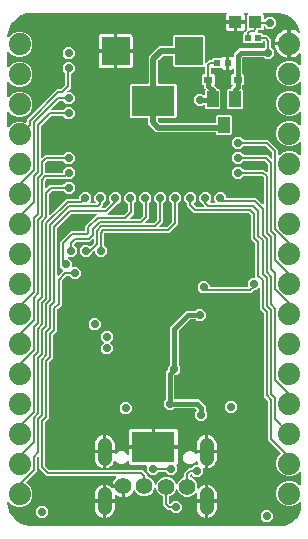
<source format=gbr>
G04 EAGLE Gerber RS-274X export*
G75*
%MOMM*%
%FSLAX34Y34*%
%LPD*%
%INBottom Copper*%
%IPPOS*%
%AMOC8*
5,1,8,0,0,1.08239X$1,22.5*%
G01*
%ADD10C,1.879600*%
%ADD11R,2.368000X2.403600*%
%ADD12R,1.000000X1.400000*%
%ADD13R,0.540000X0.600000*%
%ADD14R,1.100000X1.000000*%
%ADD15R,3.600000X2.600000*%
%ADD16R,0.800000X0.600000*%
%ADD17C,1.400000*%
%ADD18C,1.158000*%
%ADD19C,0.706400*%
%ADD20C,0.200000*%
%ADD21C,0.406400*%
%ADD22C,0.508000*%

G36*
X236077Y6716D02*
X236077Y6716D01*
X236150Y6717D01*
X238875Y6999D01*
X238898Y7005D01*
X238922Y7005D01*
X239065Y7044D01*
X244205Y9008D01*
X244254Y9037D01*
X244308Y9056D01*
X244376Y9104D01*
X244396Y9115D01*
X244405Y9124D01*
X244416Y9131D01*
X244420Y9136D01*
X244429Y9142D01*
X248587Y12745D01*
X248624Y12789D01*
X248667Y12826D01*
X248732Y12920D01*
X248743Y12933D01*
X248745Y12939D01*
X248751Y12947D01*
X251427Y17756D01*
X251435Y17778D01*
X251449Y17798D01*
X251499Y17938D01*
X252170Y20611D01*
X252172Y20634D01*
X252185Y20689D01*
X252246Y21124D01*
X252245Y21149D01*
X252253Y21228D01*
X252253Y26757D01*
X252241Y26830D01*
X252239Y26903D01*
X252222Y26949D01*
X252214Y26998D01*
X252179Y27063D01*
X252153Y27132D01*
X252122Y27170D01*
X252099Y27213D01*
X252045Y27264D01*
X251998Y27320D01*
X251956Y27346D01*
X251921Y27380D01*
X251854Y27411D01*
X251791Y27449D01*
X251743Y27461D01*
X251698Y27481D01*
X251625Y27488D01*
X251554Y27505D01*
X251505Y27500D01*
X251455Y27505D01*
X251384Y27488D01*
X251311Y27481D01*
X251266Y27461D01*
X251218Y27450D01*
X251155Y27411D01*
X251088Y27381D01*
X251032Y27334D01*
X251010Y27321D01*
X251000Y27308D01*
X250974Y27287D01*
X248757Y25070D01*
X244743Y23407D01*
X240397Y23407D01*
X236383Y25070D01*
X233310Y28143D01*
X231647Y32157D01*
X231647Y36503D01*
X233310Y40517D01*
X236383Y43590D01*
X240397Y45253D01*
X244743Y45253D01*
X248757Y43590D01*
X250974Y41373D01*
X251034Y41330D01*
X251088Y41280D01*
X251132Y41259D01*
X251173Y41231D01*
X251243Y41209D01*
X251310Y41179D01*
X251359Y41174D01*
X251406Y41160D01*
X251479Y41162D01*
X251553Y41155D01*
X251601Y41166D01*
X251650Y41168D01*
X251719Y41194D01*
X251790Y41210D01*
X251832Y41236D01*
X251878Y41254D01*
X251935Y41300D01*
X251998Y41339D01*
X252029Y41377D01*
X252067Y41408D01*
X252106Y41471D01*
X252153Y41527D01*
X252170Y41573D01*
X252196Y41615D01*
X252213Y41687D01*
X252239Y41756D01*
X252246Y41829D01*
X252252Y41853D01*
X252250Y41870D01*
X252253Y41903D01*
X252253Y52157D01*
X252241Y52230D01*
X252239Y52303D01*
X252222Y52349D01*
X252214Y52398D01*
X252179Y52463D01*
X252153Y52532D01*
X252122Y52570D01*
X252099Y52613D01*
X252045Y52664D01*
X251998Y52720D01*
X251956Y52746D01*
X251921Y52780D01*
X251854Y52811D01*
X251791Y52849D01*
X251743Y52861D01*
X251698Y52881D01*
X251625Y52888D01*
X251554Y52905D01*
X251505Y52900D01*
X251455Y52905D01*
X251384Y52888D01*
X251311Y52881D01*
X251266Y52861D01*
X251218Y52850D01*
X251155Y52811D01*
X251088Y52781D01*
X251032Y52734D01*
X251010Y52721D01*
X251000Y52708D01*
X250974Y52687D01*
X248757Y50470D01*
X244743Y48807D01*
X240397Y48807D01*
X236383Y50470D01*
X233310Y53543D01*
X231647Y57557D01*
X231647Y61903D01*
X233310Y65917D01*
X235369Y67976D01*
X235383Y67996D01*
X235402Y68011D01*
X235454Y68095D01*
X235511Y68174D01*
X235518Y68198D01*
X235531Y68219D01*
X235553Y68314D01*
X235582Y68408D01*
X235581Y68432D01*
X235587Y68456D01*
X235577Y68554D01*
X235574Y68652D01*
X235565Y68675D01*
X235563Y68699D01*
X235523Y68788D01*
X235488Y68880D01*
X235473Y68899D01*
X235463Y68921D01*
X235369Y69036D01*
X226298Y78107D01*
X224599Y79805D01*
X224599Y112515D01*
X224583Y112611D01*
X224574Y112708D01*
X224564Y112731D01*
X224560Y112756D01*
X224514Y112842D01*
X224473Y112930D01*
X224452Y112956D01*
X224445Y112971D01*
X224426Y112988D01*
X224380Y113045D01*
X222774Y114651D01*
X221075Y116349D01*
X221075Y186716D01*
X221059Y186813D01*
X221050Y186910D01*
X221040Y186932D01*
X221036Y186957D01*
X220990Y187043D01*
X220949Y187132D01*
X220928Y187158D01*
X220921Y187172D01*
X220902Y187189D01*
X220856Y187246D01*
X219250Y188852D01*
X217551Y190551D01*
X217551Y207956D01*
X217539Y208029D01*
X217537Y208102D01*
X217520Y208148D01*
X217512Y208197D01*
X217477Y208262D01*
X217451Y208330D01*
X217420Y208369D01*
X217397Y208412D01*
X217343Y208462D01*
X217296Y208519D01*
X217254Y208545D01*
X217219Y208579D01*
X217152Y208609D01*
X217089Y208648D01*
X217041Y208659D01*
X216996Y208680D01*
X216923Y208687D01*
X216852Y208704D01*
X216803Y208699D01*
X216753Y208704D01*
X216682Y208687D01*
X216609Y208680D01*
X216564Y208660D01*
X216516Y208649D01*
X216453Y208610D01*
X216386Y208580D01*
X216330Y208533D01*
X216308Y208520D01*
X216298Y208507D01*
X216272Y208486D01*
X214820Y207033D01*
X214089Y207033D01*
X213993Y207017D01*
X213896Y207008D01*
X213873Y206998D01*
X213848Y206994D01*
X213762Y206948D01*
X213674Y206907D01*
X213648Y206886D01*
X213633Y206879D01*
X213616Y206860D01*
X213559Y206814D01*
X210596Y203850D01*
X171459Y203850D01*
X171454Y203852D01*
X171429Y203851D01*
X171356Y203858D01*
X168085Y203858D01*
X165123Y206820D01*
X165123Y211010D01*
X168085Y213972D01*
X172275Y213972D01*
X175237Y211010D01*
X175237Y209649D01*
X175241Y209625D01*
X175238Y209600D01*
X175260Y209505D01*
X175276Y209408D01*
X175288Y209387D01*
X175294Y209363D01*
X175345Y209279D01*
X175391Y209193D01*
X175409Y209176D01*
X175422Y209155D01*
X175498Y209093D01*
X175569Y209026D01*
X175592Y209016D01*
X175611Y209000D01*
X175702Y208966D01*
X175792Y208925D01*
X175816Y208923D01*
X175839Y208914D01*
X175986Y208900D01*
X206955Y208900D01*
X207028Y208912D01*
X207101Y208914D01*
X207147Y208931D01*
X207196Y208939D01*
X207261Y208974D01*
X207330Y209000D01*
X207368Y209031D01*
X207411Y209054D01*
X207461Y209108D01*
X207518Y209155D01*
X207544Y209197D01*
X207578Y209232D01*
X207608Y209300D01*
X207647Y209362D01*
X207658Y209410D01*
X207679Y209455D01*
X207686Y209528D01*
X207703Y209600D01*
X207698Y209649D01*
X207703Y209698D01*
X207686Y209769D01*
X207679Y209843D01*
X207668Y209866D01*
X207668Y214185D01*
X210630Y217147D01*
X213278Y217147D01*
X213302Y217151D01*
X213327Y217148D01*
X213422Y217170D01*
X213519Y217186D01*
X213540Y217198D01*
X213564Y217204D01*
X213648Y217255D01*
X213734Y217301D01*
X213751Y217319D01*
X213772Y217332D01*
X213834Y217408D01*
X213901Y217479D01*
X213911Y217502D01*
X213927Y217521D01*
X213961Y217612D01*
X214002Y217702D01*
X214004Y217726D01*
X214013Y217749D01*
X214027Y217896D01*
X214027Y245813D01*
X214011Y245909D01*
X214002Y246006D01*
X213992Y246029D01*
X213988Y246054D01*
X213942Y246140D01*
X213901Y246228D01*
X213880Y246254D01*
X213873Y246269D01*
X213854Y246286D01*
X213808Y246343D01*
X210503Y249647D01*
X210503Y269789D01*
X210487Y269885D01*
X210478Y269982D01*
X210468Y270005D01*
X210464Y270030D01*
X210418Y270116D01*
X210377Y270204D01*
X210356Y270230D01*
X210349Y270245D01*
X210330Y270262D01*
X210284Y270319D01*
X208741Y271862D01*
X208661Y271919D01*
X208586Y271981D01*
X208563Y271989D01*
X208542Y272004D01*
X208449Y272032D01*
X208358Y272067D01*
X208325Y272070D01*
X208309Y272075D01*
X208284Y272074D01*
X208211Y272081D01*
X161863Y272081D01*
X160165Y273780D01*
X157924Y276021D01*
X156225Y277719D01*
X156225Y279543D01*
X156209Y279639D01*
X156200Y279736D01*
X156190Y279759D01*
X156186Y279784D01*
X156140Y279870D01*
X156099Y279959D01*
X156078Y279984D01*
X156071Y279999D01*
X156052Y280016D01*
X156006Y280073D01*
X153693Y282385D01*
X153693Y286575D01*
X156655Y289537D01*
X160845Y289537D01*
X163807Y286575D01*
X163807Y282385D01*
X161783Y280362D01*
X161769Y280342D01*
X161750Y280326D01*
X161698Y280243D01*
X161641Y280164D01*
X161634Y280140D01*
X161621Y280119D01*
X161599Y280024D01*
X161570Y279930D01*
X161571Y279906D01*
X161565Y279882D01*
X161575Y279784D01*
X161578Y279686D01*
X161587Y279663D01*
X161589Y279639D01*
X161629Y279550D01*
X161664Y279458D01*
X161679Y279439D01*
X161690Y279417D01*
X161783Y279302D01*
X163735Y277350D01*
X163815Y277293D01*
X163890Y277231D01*
X163913Y277223D01*
X163934Y277208D01*
X164027Y277180D01*
X164118Y277145D01*
X164151Y277142D01*
X164167Y277137D01*
X164192Y277138D01*
X164265Y277131D01*
X169610Y277131D01*
X169682Y277143D01*
X169756Y277145D01*
X169802Y277162D01*
X169851Y277170D01*
X169915Y277205D01*
X169984Y277231D01*
X170022Y277262D01*
X170066Y277285D01*
X170116Y277339D01*
X170173Y277386D01*
X170199Y277428D01*
X170233Y277463D01*
X170263Y277530D01*
X170302Y277593D01*
X170313Y277641D01*
X170334Y277686D01*
X170341Y277759D01*
X170358Y277830D01*
X170353Y277879D01*
X170358Y277929D01*
X170341Y278000D01*
X170334Y278073D01*
X170314Y278118D01*
X170302Y278166D01*
X170264Y278229D01*
X170233Y278296D01*
X170187Y278352D01*
X170174Y278374D01*
X170161Y278384D01*
X170140Y278410D01*
X168909Y279640D01*
X168900Y279736D01*
X168890Y279759D01*
X168886Y279784D01*
X168840Y279870D01*
X168799Y279959D01*
X168778Y279984D01*
X168771Y279999D01*
X168752Y280016D01*
X168706Y280073D01*
X166393Y282385D01*
X166393Y286575D01*
X169355Y289537D01*
X173545Y289537D01*
X176507Y286575D01*
X176507Y282385D01*
X176055Y281934D01*
X176012Y281874D01*
X175962Y281820D01*
X175942Y281776D01*
X175913Y281735D01*
X175892Y281665D01*
X175861Y281598D01*
X175856Y281549D01*
X175842Y281502D01*
X175844Y281429D01*
X175837Y281355D01*
X175848Y281307D01*
X175850Y281258D01*
X175876Y281189D01*
X175892Y281118D01*
X175918Y281076D01*
X175936Y281030D01*
X175982Y280973D01*
X176021Y280910D01*
X176059Y280879D01*
X176090Y280841D01*
X176153Y280802D01*
X176210Y280755D01*
X176256Y280738D01*
X176298Y280712D01*
X176369Y280695D01*
X176438Y280669D01*
X176511Y280662D01*
X176535Y280656D01*
X176552Y280658D01*
X176585Y280655D01*
X179015Y280655D01*
X179088Y280667D01*
X179161Y280669D01*
X179207Y280686D01*
X179256Y280694D01*
X179321Y280729D01*
X179389Y280755D01*
X179428Y280786D01*
X179471Y280809D01*
X179521Y280863D01*
X179578Y280910D01*
X179604Y280952D01*
X179638Y280987D01*
X179668Y281054D01*
X179707Y281117D01*
X179718Y281165D01*
X179739Y281210D01*
X179746Y281283D01*
X179763Y281354D01*
X179758Y281403D01*
X179763Y281453D01*
X179746Y281524D01*
X179739Y281597D01*
X179719Y281642D01*
X179708Y281690D01*
X179669Y281753D01*
X179639Y281820D01*
X179592Y281876D01*
X179579Y281898D01*
X179566Y281908D01*
X179545Y281934D01*
X179093Y282385D01*
X179093Y286575D01*
X182055Y289537D01*
X186245Y289537D01*
X189207Y286575D01*
X189207Y285214D01*
X189211Y285190D01*
X189208Y285165D01*
X189230Y285070D01*
X189246Y284973D01*
X189258Y284952D01*
X189264Y284928D01*
X189315Y284844D01*
X189361Y284758D01*
X189379Y284741D01*
X189392Y284720D01*
X189468Y284658D01*
X189539Y284591D01*
X189562Y284581D01*
X189581Y284565D01*
X189672Y284531D01*
X189762Y284490D01*
X189786Y284488D01*
X189809Y284479D01*
X189956Y284465D01*
X214772Y284465D01*
X219796Y279440D01*
X219856Y279397D01*
X219910Y279347D01*
X219954Y279327D01*
X219995Y279298D01*
X220065Y279277D01*
X220132Y279246D01*
X220181Y279242D01*
X220228Y279227D01*
X220301Y279230D01*
X220375Y279222D01*
X220423Y279234D01*
X220472Y279235D01*
X220541Y279261D01*
X220612Y279278D01*
X220654Y279304D01*
X220700Y279321D01*
X220757Y279368D01*
X220820Y279406D01*
X220851Y279444D01*
X220889Y279476D01*
X220928Y279538D01*
X220975Y279595D01*
X220992Y279641D01*
X221018Y279683D01*
X221035Y279754D01*
X221061Y279823D01*
X221068Y279896D01*
X221074Y279920D01*
X221072Y279937D01*
X221075Y279970D01*
X221075Y301539D01*
X221059Y301635D01*
X221050Y301732D01*
X221040Y301755D01*
X221036Y301780D01*
X220990Y301866D01*
X220949Y301954D01*
X220928Y301980D01*
X220921Y301995D01*
X220902Y302012D01*
X220856Y302069D01*
X219599Y303326D01*
X219519Y303383D01*
X219444Y303445D01*
X219421Y303453D01*
X219400Y303468D01*
X219307Y303496D01*
X219216Y303531D01*
X219183Y303534D01*
X219167Y303539D01*
X219142Y303538D01*
X219069Y303545D01*
X204327Y303545D01*
X204231Y303529D01*
X204134Y303520D01*
X204111Y303510D01*
X204086Y303506D01*
X204000Y303460D01*
X203911Y303419D01*
X203886Y303398D01*
X203871Y303391D01*
X203854Y303372D01*
X203797Y303326D01*
X201485Y301013D01*
X197295Y301013D01*
X194333Y303975D01*
X194333Y308165D01*
X197295Y311127D01*
X201485Y311127D01*
X203797Y308814D01*
X203877Y308757D01*
X203952Y308695D01*
X203975Y308687D01*
X203995Y308672D01*
X204089Y308644D01*
X204180Y308609D01*
X204213Y308606D01*
X204229Y308601D01*
X204254Y308602D01*
X204327Y308595D01*
X221471Y308595D01*
X223320Y306745D01*
X223380Y306703D01*
X223434Y306652D01*
X223478Y306632D01*
X223519Y306603D01*
X223589Y306582D01*
X223656Y306551D01*
X223705Y306547D01*
X223752Y306532D01*
X223825Y306535D01*
X223899Y306527D01*
X223947Y306539D01*
X223996Y306540D01*
X224065Y306566D01*
X224136Y306583D01*
X224178Y306609D01*
X224224Y306626D01*
X224281Y306673D01*
X224344Y306711D01*
X224375Y306749D01*
X224413Y306781D01*
X224452Y306843D01*
X224499Y306900D01*
X224516Y306946D01*
X224542Y306988D01*
X224559Y307059D01*
X224585Y307128D01*
X224592Y307201D01*
X224598Y307225D01*
X224596Y307242D01*
X224599Y307275D01*
X224599Y312969D01*
X224583Y313065D01*
X224574Y313162D01*
X224564Y313185D01*
X224560Y313210D01*
X224514Y313296D01*
X224473Y313384D01*
X224452Y313410D01*
X224445Y313425D01*
X224426Y313442D01*
X224380Y313499D01*
X221853Y316026D01*
X221773Y316083D01*
X221698Y316145D01*
X221675Y316153D01*
X221654Y316168D01*
X221561Y316196D01*
X221470Y316231D01*
X221437Y316234D01*
X221421Y316239D01*
X221396Y316238D01*
X221323Y316245D01*
X204327Y316245D01*
X204231Y316229D01*
X204134Y316220D01*
X204111Y316210D01*
X204086Y316206D01*
X204000Y316160D01*
X203911Y316119D01*
X203886Y316098D01*
X203871Y316091D01*
X203854Y316072D01*
X203797Y316026D01*
X201485Y313713D01*
X197295Y313713D01*
X194333Y316675D01*
X194333Y320865D01*
X197295Y323827D01*
X201485Y323827D01*
X203797Y321514D01*
X203877Y321457D01*
X203952Y321395D01*
X203975Y321387D01*
X203995Y321372D01*
X204089Y321344D01*
X204180Y321309D01*
X204213Y321306D01*
X204229Y321301D01*
X204254Y321302D01*
X204327Y321295D01*
X223725Y321295D01*
X226844Y318175D01*
X226904Y318132D01*
X226958Y318082D01*
X227002Y318062D01*
X227043Y318033D01*
X227113Y318012D01*
X227180Y317981D01*
X227229Y317977D01*
X227276Y317962D01*
X227349Y317965D01*
X227423Y317957D01*
X227471Y317969D01*
X227520Y317970D01*
X227589Y317996D01*
X227660Y318013D01*
X227702Y318039D01*
X227748Y318056D01*
X227805Y318103D01*
X227868Y318141D01*
X227899Y318179D01*
X227937Y318211D01*
X227976Y318273D01*
X228023Y318330D01*
X228040Y318376D01*
X228066Y318418D01*
X228083Y318489D01*
X228109Y318558D01*
X228116Y318631D01*
X228122Y318655D01*
X228120Y318672D01*
X228123Y318705D01*
X228123Y322986D01*
X228107Y323082D01*
X228098Y323179D01*
X228088Y323202D01*
X228084Y323227D01*
X228038Y323313D01*
X227997Y323401D01*
X227976Y323427D01*
X227969Y323442D01*
X227950Y323459D01*
X227904Y323516D01*
X222694Y328726D01*
X222614Y328783D01*
X222539Y328845D01*
X222516Y328853D01*
X222495Y328868D01*
X222402Y328896D01*
X222311Y328931D01*
X222278Y328934D01*
X222262Y328939D01*
X222237Y328938D01*
X222164Y328945D01*
X204327Y328945D01*
X204231Y328929D01*
X204134Y328920D01*
X204111Y328910D01*
X204086Y328906D01*
X204000Y328860D01*
X203911Y328819D01*
X203886Y328798D01*
X203871Y328791D01*
X203854Y328772D01*
X203797Y328726D01*
X201485Y326413D01*
X197295Y326413D01*
X194333Y329375D01*
X194333Y333565D01*
X197295Y336527D01*
X201485Y336527D01*
X203797Y334214D01*
X203877Y334157D01*
X203952Y334095D01*
X203975Y334087D01*
X203995Y334072D01*
X204089Y334044D01*
X204180Y334009D01*
X204213Y334006D01*
X204229Y334001D01*
X204254Y334002D01*
X204327Y333995D01*
X224566Y333995D01*
X233173Y325388D01*
X233173Y321589D01*
X233185Y321516D01*
X233187Y321443D01*
X233204Y321397D01*
X233212Y321348D01*
X233247Y321283D01*
X233273Y321214D01*
X233304Y321176D01*
X233327Y321133D01*
X233381Y321082D01*
X233428Y321026D01*
X233470Y321000D01*
X233505Y320966D01*
X233572Y320935D01*
X233635Y320897D01*
X233683Y320885D01*
X233728Y320865D01*
X233801Y320858D01*
X233872Y320841D01*
X233921Y320846D01*
X233971Y320841D01*
X234042Y320858D01*
X234115Y320865D01*
X234160Y320885D01*
X234208Y320896D01*
X234271Y320935D01*
X234338Y320965D01*
X234394Y321012D01*
X234416Y321025D01*
X234426Y321038D01*
X234452Y321059D01*
X236383Y322990D01*
X240397Y324653D01*
X244743Y324653D01*
X248757Y322990D01*
X250974Y320773D01*
X251034Y320730D01*
X251088Y320680D01*
X251132Y320659D01*
X251173Y320631D01*
X251243Y320609D01*
X251310Y320579D01*
X251359Y320574D01*
X251406Y320560D01*
X251479Y320562D01*
X251553Y320555D01*
X251601Y320566D01*
X251650Y320568D01*
X251719Y320594D01*
X251790Y320610D01*
X251832Y320636D01*
X251878Y320654D01*
X251935Y320700D01*
X251998Y320739D01*
X252029Y320777D01*
X252067Y320808D01*
X252106Y320871D01*
X252153Y320927D01*
X252170Y320973D01*
X252196Y321015D01*
X252213Y321087D01*
X252239Y321156D01*
X252246Y321229D01*
X252252Y321253D01*
X252250Y321270D01*
X252253Y321303D01*
X252253Y331557D01*
X252241Y331630D01*
X252239Y331703D01*
X252222Y331749D01*
X252214Y331798D01*
X252179Y331863D01*
X252153Y331932D01*
X252122Y331970D01*
X252099Y332013D01*
X252045Y332064D01*
X251998Y332120D01*
X251956Y332146D01*
X251921Y332180D01*
X251854Y332211D01*
X251791Y332249D01*
X251743Y332261D01*
X251698Y332281D01*
X251625Y332288D01*
X251554Y332305D01*
X251505Y332300D01*
X251455Y332305D01*
X251384Y332288D01*
X251311Y332281D01*
X251266Y332261D01*
X251218Y332250D01*
X251155Y332211D01*
X251088Y332181D01*
X251032Y332134D01*
X251010Y332121D01*
X251000Y332108D01*
X250974Y332087D01*
X248757Y329870D01*
X244743Y328207D01*
X240397Y328207D01*
X236383Y329870D01*
X233310Y332943D01*
X231647Y336957D01*
X231647Y341303D01*
X233310Y345317D01*
X236383Y348390D01*
X240397Y350053D01*
X244743Y350053D01*
X248757Y348390D01*
X250974Y346173D01*
X251034Y346130D01*
X251088Y346080D01*
X251132Y346059D01*
X251173Y346031D01*
X251243Y346009D01*
X251310Y345979D01*
X251359Y345974D01*
X251406Y345960D01*
X251479Y345962D01*
X251553Y345955D01*
X251601Y345966D01*
X251650Y345968D01*
X251719Y345994D01*
X251790Y346010D01*
X251832Y346036D01*
X251878Y346054D01*
X251935Y346100D01*
X251998Y346139D01*
X252029Y346177D01*
X252067Y346208D01*
X252106Y346271D01*
X252153Y346327D01*
X252170Y346373D01*
X252196Y346415D01*
X252213Y346487D01*
X252239Y346556D01*
X252246Y346629D01*
X252252Y346653D01*
X252250Y346670D01*
X252253Y346703D01*
X252253Y356957D01*
X252241Y357030D01*
X252239Y357103D01*
X252222Y357149D01*
X252214Y357198D01*
X252179Y357263D01*
X252153Y357332D01*
X252122Y357370D01*
X252099Y357413D01*
X252045Y357464D01*
X251998Y357520D01*
X251956Y357546D01*
X251921Y357580D01*
X251854Y357611D01*
X251791Y357649D01*
X251743Y357661D01*
X251698Y357681D01*
X251625Y357688D01*
X251554Y357705D01*
X251505Y357700D01*
X251455Y357705D01*
X251384Y357688D01*
X251311Y357681D01*
X251266Y357661D01*
X251218Y357650D01*
X251155Y357611D01*
X251088Y357581D01*
X251032Y357534D01*
X251010Y357521D01*
X251000Y357508D01*
X250974Y357487D01*
X248757Y355270D01*
X244743Y353607D01*
X240397Y353607D01*
X236383Y355270D01*
X233310Y358343D01*
X231647Y362357D01*
X231647Y366703D01*
X233310Y370717D01*
X236383Y373790D01*
X240397Y375453D01*
X244743Y375453D01*
X248757Y373790D01*
X250974Y371573D01*
X251034Y371530D01*
X251088Y371480D01*
X251132Y371459D01*
X251173Y371431D01*
X251243Y371409D01*
X251310Y371379D01*
X251359Y371374D01*
X251406Y371360D01*
X251479Y371362D01*
X251553Y371355D01*
X251601Y371366D01*
X251650Y371368D01*
X251719Y371394D01*
X251790Y371410D01*
X251832Y371436D01*
X251878Y371454D01*
X251935Y371500D01*
X251998Y371539D01*
X252029Y371577D01*
X252067Y371608D01*
X252106Y371671D01*
X252153Y371727D01*
X252170Y371773D01*
X252196Y371815D01*
X252213Y371887D01*
X252239Y371956D01*
X252246Y372029D01*
X252252Y372053D01*
X252250Y372070D01*
X252253Y372103D01*
X252253Y382357D01*
X252241Y382430D01*
X252239Y382503D01*
X252222Y382549D01*
X252214Y382598D01*
X252179Y382663D01*
X252153Y382732D01*
X252122Y382770D01*
X252099Y382813D01*
X252045Y382864D01*
X251998Y382920D01*
X251956Y382946D01*
X251921Y382980D01*
X251854Y383011D01*
X251791Y383049D01*
X251743Y383061D01*
X251698Y383081D01*
X251625Y383088D01*
X251554Y383105D01*
X251505Y383100D01*
X251455Y383105D01*
X251384Y383088D01*
X251311Y383081D01*
X251266Y383061D01*
X251218Y383050D01*
X251155Y383011D01*
X251088Y382981D01*
X251032Y382934D01*
X251010Y382921D01*
X251000Y382908D01*
X250974Y382887D01*
X248757Y380670D01*
X244743Y379007D01*
X240397Y379007D01*
X236383Y380670D01*
X233310Y383743D01*
X231647Y387757D01*
X231647Y392103D01*
X233310Y396117D01*
X236383Y399190D01*
X240397Y400853D01*
X244743Y400853D01*
X248757Y399190D01*
X250974Y396973D01*
X251034Y396930D01*
X251088Y396880D01*
X251132Y396859D01*
X251173Y396831D01*
X251243Y396809D01*
X251310Y396779D01*
X251359Y396774D01*
X251406Y396760D01*
X251479Y396762D01*
X251553Y396755D01*
X251601Y396766D01*
X251650Y396768D01*
X251719Y396794D01*
X251790Y396810D01*
X251832Y396836D01*
X251878Y396854D01*
X251935Y396900D01*
X251998Y396939D01*
X252029Y396977D01*
X252067Y397008D01*
X252106Y397071D01*
X252153Y397127D01*
X252170Y397173D01*
X252196Y397215D01*
X252213Y397287D01*
X252239Y397356D01*
X252246Y397429D01*
X252252Y397453D01*
X252250Y397470D01*
X252253Y397503D01*
X252253Y406321D01*
X252241Y406393D01*
X252239Y406466D01*
X252222Y406513D01*
X252214Y406561D01*
X252179Y406626D01*
X252153Y406695D01*
X252122Y406733D01*
X252099Y406776D01*
X252045Y406827D01*
X251998Y406884D01*
X251956Y406910D01*
X251921Y406943D01*
X251854Y406974D01*
X251791Y407013D01*
X251743Y407024D01*
X251698Y407044D01*
X251625Y407051D01*
X251554Y407068D01*
X251505Y407063D01*
X251455Y407068D01*
X251384Y407052D01*
X251311Y407044D01*
X251266Y407024D01*
X251218Y407013D01*
X251155Y406974D01*
X251088Y406944D01*
X251032Y406897D01*
X251010Y406884D01*
X251000Y406871D01*
X250974Y406850D01*
X250348Y406224D01*
X248827Y405119D01*
X247153Y404266D01*
X245366Y403685D01*
X244069Y403480D01*
X244069Y414580D01*
X244065Y414604D01*
X244068Y414628D01*
X244045Y414724D01*
X244029Y414821D01*
X244018Y414842D01*
X244012Y414866D01*
X243961Y414949D01*
X243914Y415036D01*
X243897Y415053D01*
X243884Y415073D01*
X243808Y415136D01*
X243736Y415203D01*
X243714Y415213D01*
X243695Y415228D01*
X243604Y415263D01*
X243514Y415303D01*
X243490Y415306D01*
X243467Y415315D01*
X243320Y415329D01*
X242569Y415329D01*
X242569Y415331D01*
X243320Y415331D01*
X243344Y415335D01*
X243368Y415332D01*
X243464Y415355D01*
X243561Y415371D01*
X243582Y415382D01*
X243606Y415388D01*
X243690Y415439D01*
X243776Y415486D01*
X243793Y415503D01*
X243813Y415516D01*
X243876Y415592D01*
X243943Y415664D01*
X243953Y415686D01*
X243968Y415705D01*
X244003Y415797D01*
X244044Y415886D01*
X244046Y415910D01*
X244055Y415933D01*
X244069Y416080D01*
X244069Y427180D01*
X245366Y426975D01*
X247153Y426394D01*
X248827Y425541D01*
X250348Y424436D01*
X250679Y424105D01*
X250733Y424066D01*
X250782Y424019D01*
X250832Y423995D01*
X250877Y423963D01*
X250941Y423943D01*
X251002Y423915D01*
X251057Y423908D01*
X251111Y423892D01*
X251178Y423894D01*
X251244Y423886D01*
X251299Y423898D01*
X251355Y423900D01*
X251417Y423923D01*
X251483Y423938D01*
X251531Y423966D01*
X251583Y423986D01*
X251635Y424028D01*
X251692Y424063D01*
X251729Y424105D01*
X251772Y424140D01*
X251807Y424197D01*
X251851Y424248D01*
X251871Y424300D01*
X251901Y424348D01*
X251916Y424413D01*
X251941Y424475D01*
X251944Y424531D01*
X251956Y424585D01*
X251950Y424652D01*
X251953Y424719D01*
X251935Y424804D01*
X251933Y424828D01*
X251927Y424840D01*
X251922Y424863D01*
X250191Y430270D01*
X250178Y430296D01*
X250171Y430325D01*
X250160Y430342D01*
X250154Y430363D01*
X250082Y430483D01*
X250080Y430487D01*
X250079Y430488D01*
X250078Y430490D01*
X246234Y435637D01*
X246197Y435672D01*
X246168Y435713D01*
X246061Y435803D01*
X246058Y435806D01*
X246057Y435807D01*
X246055Y435808D01*
X240744Y439424D01*
X240698Y439445D01*
X240657Y439474D01*
X240527Y439524D01*
X240523Y439526D01*
X240521Y439526D01*
X240520Y439527D01*
X234321Y441217D01*
X234302Y441219D01*
X234284Y441226D01*
X234137Y441243D01*
X231253Y441293D01*
X231248Y441292D01*
X231239Y441293D01*
X230800Y441292D01*
X230784Y441290D01*
X230752Y441291D01*
X229813Y441229D01*
X229807Y441233D01*
X229735Y441250D01*
X229666Y441276D01*
X229593Y441283D01*
X229569Y441289D01*
X229552Y441287D01*
X229519Y441290D01*
X229393Y441290D01*
X229381Y441288D01*
X228101Y441288D01*
X228100Y441288D01*
X226821Y441286D01*
X226801Y441288D01*
X220767Y441288D01*
X220694Y441276D01*
X220621Y441274D01*
X220575Y441257D01*
X220526Y441249D01*
X220461Y441214D01*
X220393Y441188D01*
X220354Y441157D01*
X220311Y441134D01*
X220261Y441080D01*
X220204Y441033D01*
X220178Y440991D01*
X220144Y440956D01*
X220114Y440889D01*
X220075Y440826D01*
X220064Y440778D01*
X220043Y440733D01*
X220036Y440660D01*
X220019Y440589D01*
X220024Y440540D01*
X220019Y440490D01*
X220036Y440419D01*
X220043Y440346D01*
X220063Y440301D01*
X220074Y440253D01*
X220113Y440190D01*
X220143Y440123D01*
X220190Y440067D01*
X220203Y440045D01*
X220211Y440039D01*
X220214Y440035D01*
X220221Y440029D01*
X220237Y440009D01*
X221015Y439232D01*
X221015Y436985D01*
X221027Y436912D01*
X221029Y436839D01*
X221046Y436793D01*
X221054Y436744D01*
X221089Y436679D01*
X221115Y436611D01*
X221146Y436572D01*
X221169Y436529D01*
X221223Y436479D01*
X221270Y436422D01*
X221312Y436396D01*
X221347Y436362D01*
X221414Y436332D01*
X221477Y436293D01*
X221525Y436282D01*
X221570Y436261D01*
X221643Y436254D01*
X221714Y436237D01*
X221763Y436242D01*
X221813Y436237D01*
X221884Y436254D01*
X221957Y436261D01*
X222002Y436281D01*
X222050Y436292D01*
X222113Y436331D01*
X222180Y436361D01*
X222236Y436408D01*
X222258Y436421D01*
X222268Y436434D01*
X222294Y436455D01*
X223965Y438127D01*
X228155Y438127D01*
X231117Y435165D01*
X231117Y430975D01*
X228155Y428013D01*
X223965Y428013D01*
X222294Y429685D01*
X222234Y429728D01*
X222180Y429778D01*
X222136Y429798D01*
X222095Y429827D01*
X222025Y429848D01*
X221958Y429879D01*
X221909Y429884D01*
X221862Y429898D01*
X221789Y429896D01*
X221715Y429903D01*
X221667Y429892D01*
X221618Y429890D01*
X221549Y429864D01*
X221478Y429848D01*
X221436Y429822D01*
X221390Y429804D01*
X221333Y429758D01*
X221270Y429719D01*
X221239Y429681D01*
X221201Y429650D01*
X221162Y429587D01*
X221115Y429530D01*
X221098Y429484D01*
X221072Y429442D01*
X221055Y429371D01*
X221029Y429302D01*
X221022Y429229D01*
X221016Y429205D01*
X221018Y429188D01*
X221015Y429155D01*
X221015Y427968D01*
X220122Y427075D01*
X217264Y427075D01*
X217240Y427071D01*
X217215Y427074D01*
X217120Y427052D01*
X217023Y427036D01*
X217002Y427024D01*
X216978Y427018D01*
X216894Y426967D01*
X216808Y426921D01*
X216791Y426903D01*
X216770Y426890D01*
X216708Y426814D01*
X216641Y426743D01*
X216631Y426720D01*
X216615Y426701D01*
X216581Y426610D01*
X216540Y426520D01*
X216538Y426496D01*
X216529Y426473D01*
X216515Y426326D01*
X216515Y426304D01*
X215929Y425719D01*
X215887Y425659D01*
X215836Y425605D01*
X215816Y425561D01*
X215787Y425520D01*
X215766Y425450D01*
X215735Y425383D01*
X215731Y425334D01*
X215716Y425287D01*
X215719Y425214D01*
X215711Y425140D01*
X215723Y425092D01*
X215724Y425043D01*
X215750Y424974D01*
X215767Y424903D01*
X215793Y424861D01*
X215810Y424815D01*
X215857Y424758D01*
X215895Y424695D01*
X215933Y424664D01*
X215965Y424626D01*
X216027Y424587D01*
X216084Y424540D01*
X216130Y424523D01*
X216172Y424497D01*
X216243Y424480D01*
X216312Y424454D01*
X216385Y424447D01*
X216409Y424441D01*
X216426Y424443D01*
X216459Y424440D01*
X219377Y424440D01*
X220270Y423547D01*
X220270Y423189D01*
X220274Y423165D01*
X220271Y423140D01*
X220293Y423045D01*
X220309Y422948D01*
X220321Y422927D01*
X220327Y422903D01*
X220378Y422819D01*
X220424Y422733D01*
X220442Y422716D01*
X220455Y422695D01*
X220531Y422633D01*
X220602Y422566D01*
X220625Y422556D01*
X220644Y422540D01*
X220735Y422506D01*
X220825Y422465D01*
X220849Y422463D01*
X220872Y422454D01*
X221019Y422440D01*
X223751Y422440D01*
X227315Y418876D01*
X227315Y412607D01*
X227331Y412511D01*
X227340Y412414D01*
X227350Y412391D01*
X227354Y412366D01*
X227400Y412280D01*
X227441Y412191D01*
X227462Y412166D01*
X227469Y412151D01*
X227488Y412134D01*
X227534Y412077D01*
X229847Y409765D01*
X229847Y405575D01*
X226885Y402613D01*
X222695Y402613D01*
X221415Y403894D01*
X221336Y403951D01*
X221260Y404013D01*
X221237Y404021D01*
X221217Y404036D01*
X221123Y404064D01*
X221032Y404099D01*
X220999Y404102D01*
X220983Y404107D01*
X220958Y404106D01*
X220885Y404113D01*
X203714Y404113D01*
X203617Y404097D01*
X203520Y404088D01*
X203498Y404078D01*
X203473Y404074D01*
X203387Y404028D01*
X203298Y403987D01*
X203272Y403966D01*
X203258Y403959D01*
X203241Y403940D01*
X203184Y403894D01*
X202966Y403676D01*
X202909Y403597D01*
X202847Y403522D01*
X202839Y403498D01*
X202824Y403478D01*
X202796Y403385D01*
X202761Y403293D01*
X202758Y403260D01*
X202753Y403244D01*
X202754Y403219D01*
X202747Y403146D01*
X202747Y390084D01*
X202751Y390060D01*
X202748Y390035D01*
X202770Y389940D01*
X202786Y389843D01*
X202798Y389822D01*
X202804Y389798D01*
X202855Y389714D01*
X202901Y389628D01*
X202919Y389611D01*
X202932Y389590D01*
X203008Y389528D01*
X203079Y389461D01*
X203102Y389451D01*
X203121Y389435D01*
X203212Y389401D01*
X203302Y389360D01*
X203326Y389358D01*
X203349Y389349D01*
X203496Y389335D01*
X203822Y389335D01*
X204715Y388442D01*
X204715Y381178D01*
X203822Y380285D01*
X203496Y380285D01*
X203472Y380281D01*
X203447Y380284D01*
X203352Y380262D01*
X203255Y380246D01*
X203234Y380234D01*
X203210Y380228D01*
X203126Y380177D01*
X203040Y380131D01*
X203023Y380113D01*
X203002Y380100D01*
X202940Y380024D01*
X202873Y379953D01*
X202863Y379930D01*
X202847Y379911D01*
X202813Y379820D01*
X202772Y379730D01*
X202770Y379706D01*
X202761Y379683D01*
X202747Y379536D01*
X202747Y377422D01*
X202685Y377360D01*
X202671Y377340D01*
X202652Y377325D01*
X202625Y377281D01*
X202604Y377259D01*
X202589Y377226D01*
X202543Y377162D01*
X202536Y377139D01*
X202523Y377118D01*
X202505Y377041D01*
X202503Y377036D01*
X202502Y377029D01*
X202501Y377023D01*
X202472Y376929D01*
X202473Y376904D01*
X202468Y376880D01*
X202477Y376783D01*
X202480Y376685D01*
X202489Y376662D01*
X202491Y376637D01*
X202532Y376548D01*
X202566Y376456D01*
X202582Y376437D01*
X202592Y376415D01*
X202685Y376301D01*
X203230Y375757D01*
X203230Y360493D01*
X202337Y359600D01*
X191073Y359600D01*
X190180Y360493D01*
X190180Y375757D01*
X191073Y376650D01*
X192399Y376650D01*
X192423Y376654D01*
X192448Y376651D01*
X192543Y376673D01*
X192640Y376689D01*
X192661Y376701D01*
X192685Y376707D01*
X192769Y376758D01*
X192855Y376804D01*
X192872Y376822D01*
X192893Y376835D01*
X192955Y376911D01*
X193022Y376982D01*
X193032Y377005D01*
X193048Y377024D01*
X193082Y377115D01*
X193123Y377205D01*
X193125Y377229D01*
X193134Y377252D01*
X193148Y377399D01*
X193148Y377883D01*
X194525Y379260D01*
X194539Y379279D01*
X194558Y379295D01*
X194610Y379378D01*
X194667Y379458D01*
X194674Y379481D01*
X194687Y379502D01*
X194709Y379597D01*
X194738Y379691D01*
X194737Y379716D01*
X194742Y379740D01*
X194733Y379837D01*
X194730Y379935D01*
X194721Y379958D01*
X194719Y379983D01*
X194678Y380072D01*
X194644Y380164D01*
X194628Y380183D01*
X194618Y380205D01*
X194525Y380319D01*
X193665Y381178D01*
X193665Y388442D01*
X194558Y389335D01*
X194884Y389335D01*
X194908Y389339D01*
X194933Y389336D01*
X195028Y389358D01*
X195125Y389374D01*
X195146Y389386D01*
X195170Y389392D01*
X195254Y389443D01*
X195340Y389489D01*
X195357Y389507D01*
X195378Y389520D01*
X195440Y389596D01*
X195507Y389667D01*
X195517Y389690D01*
X195533Y389709D01*
X195567Y389800D01*
X195608Y389890D01*
X195610Y389914D01*
X195619Y389937D01*
X195633Y390084D01*
X195633Y393026D01*
X195617Y393122D01*
X195608Y393219D01*
X195598Y393242D01*
X195594Y393266D01*
X195547Y393352D01*
X195507Y393441D01*
X195490Y393460D01*
X195479Y393481D01*
X195407Y393548D01*
X195341Y393620D01*
X195319Y393631D01*
X195301Y393648D01*
X195212Y393689D01*
X195125Y393735D01*
X195101Y393739D01*
X195078Y393749D01*
X194981Y393759D01*
X194885Y393775D01*
X194860Y393771D01*
X194835Y393773D01*
X194740Y393751D01*
X194644Y393735D01*
X194614Y393722D01*
X194598Y393718D01*
X194577Y393705D01*
X194509Y393674D01*
X194056Y393412D01*
X193409Y393239D01*
X191724Y393239D01*
X191724Y398180D01*
X191720Y398204D01*
X191723Y398228D01*
X191701Y398324D01*
X191685Y398421D01*
X191673Y398442D01*
X191667Y398466D01*
X191616Y398549D01*
X191570Y398636D01*
X191552Y398652D01*
X191539Y398673D01*
X191463Y398736D01*
X191417Y398778D01*
X191431Y398786D01*
X191448Y398804D01*
X191469Y398816D01*
X191531Y398892D01*
X191598Y398964D01*
X191608Y398986D01*
X191624Y399005D01*
X191658Y399097D01*
X191699Y399186D01*
X191701Y399210D01*
X191710Y399233D01*
X191724Y399380D01*
X191724Y404321D01*
X193409Y404321D01*
X194056Y404148D01*
X194509Y403886D01*
X194601Y403851D01*
X194690Y403811D01*
X194714Y403808D01*
X194738Y403800D01*
X194835Y403796D01*
X194933Y403787D01*
X194957Y403792D01*
X194982Y403792D01*
X195075Y403820D01*
X195170Y403842D01*
X195191Y403855D01*
X195215Y403862D01*
X195295Y403919D01*
X195378Y403971D01*
X195393Y403990D01*
X195414Y404004D01*
X195471Y404084D01*
X195533Y404159D01*
X195541Y404182D01*
X195556Y404203D01*
X195584Y404296D01*
X195619Y404388D01*
X195622Y404420D01*
X195627Y404436D01*
X195626Y404461D01*
X195633Y404534D01*
X195633Y406403D01*
X200457Y411227D01*
X220885Y411227D01*
X220981Y411243D01*
X221078Y411252D01*
X221101Y411262D01*
X221126Y411266D01*
X221212Y411312D01*
X221301Y411353D01*
X221326Y411374D01*
X221341Y411381D01*
X221358Y411400D01*
X221415Y411446D01*
X222046Y412077D01*
X222103Y412156D01*
X222165Y412232D01*
X222173Y412255D01*
X222188Y412275D01*
X222216Y412369D01*
X222251Y412460D01*
X222254Y412493D01*
X222259Y412509D01*
X222258Y412534D01*
X222265Y412607D01*
X222265Y416474D01*
X222249Y416570D01*
X222240Y416667D01*
X222230Y416690D01*
X222226Y416715D01*
X222180Y416801D01*
X222139Y416889D01*
X222118Y416915D01*
X222111Y416930D01*
X222092Y416947D01*
X222046Y417004D01*
X221879Y417171D01*
X221799Y417228D01*
X221724Y417290D01*
X221701Y417298D01*
X221680Y417313D01*
X221587Y417341D01*
X221496Y417376D01*
X221463Y417379D01*
X221447Y417384D01*
X221422Y417383D01*
X221349Y417390D01*
X221019Y417390D01*
X220995Y417386D01*
X220970Y417389D01*
X220875Y417367D01*
X220778Y417351D01*
X220757Y417339D01*
X220733Y417333D01*
X220649Y417282D01*
X220563Y417236D01*
X220546Y417218D01*
X220525Y417205D01*
X220463Y417129D01*
X220396Y417058D01*
X220386Y417035D01*
X220370Y417016D01*
X220336Y416925D01*
X220295Y416835D01*
X220293Y416811D01*
X220284Y416788D01*
X220270Y416641D01*
X220270Y416283D01*
X219377Y415390D01*
X212713Y415390D01*
X212255Y415849D01*
X212235Y415863D01*
X212219Y415882D01*
X212136Y415934D01*
X212056Y415991D01*
X212033Y415998D01*
X212012Y416011D01*
X211917Y416033D01*
X211823Y416062D01*
X211799Y416061D01*
X211775Y416067D01*
X211677Y416057D01*
X211579Y416054D01*
X211556Y416045D01*
X211532Y416043D01*
X211442Y416003D01*
X211351Y415968D01*
X211332Y415953D01*
X211309Y415943D01*
X211195Y415849D01*
X210737Y415390D01*
X204073Y415390D01*
X203180Y416283D01*
X203180Y423547D01*
X204073Y424440D01*
X204131Y424440D01*
X204155Y424444D01*
X204180Y424441D01*
X204275Y424463D01*
X204372Y424479D01*
X204393Y424491D01*
X204417Y424497D01*
X204501Y424548D01*
X204587Y424594D01*
X204604Y424612D01*
X204625Y424625D01*
X204687Y424701D01*
X204754Y424772D01*
X204764Y424795D01*
X204780Y424814D01*
X204814Y424905D01*
X204826Y424931D01*
X206806Y426911D01*
X206884Y426990D01*
X206899Y427010D01*
X206918Y427025D01*
X206969Y427108D01*
X207026Y427188D01*
X207034Y427212D01*
X207047Y427232D01*
X207069Y427328D01*
X207097Y427421D01*
X207097Y427446D01*
X207102Y427470D01*
X207093Y427567D01*
X207089Y427665D01*
X207081Y427688D01*
X207078Y427713D01*
X207038Y427802D01*
X207004Y427894D01*
X206988Y427913D01*
X206978Y427935D01*
X206965Y427951D01*
X206965Y439232D01*
X207743Y440009D01*
X207786Y440069D01*
X207836Y440123D01*
X207856Y440167D01*
X207885Y440208D01*
X207906Y440278D01*
X207937Y440345D01*
X207942Y440394D01*
X207956Y440441D01*
X207954Y440514D01*
X207961Y440588D01*
X207950Y440636D01*
X207948Y440685D01*
X207922Y440754D01*
X207906Y440825D01*
X207880Y440867D01*
X207862Y440913D01*
X207816Y440970D01*
X207777Y441033D01*
X207739Y441064D01*
X207708Y441102D01*
X207645Y441141D01*
X207588Y441188D01*
X207542Y441205D01*
X207500Y441231D01*
X207429Y441248D01*
X207360Y441274D01*
X207287Y441281D01*
X207263Y441287D01*
X207246Y441285D01*
X207213Y441288D01*
X205169Y441288D01*
X205073Y441272D01*
X204976Y441263D01*
X204953Y441253D01*
X204929Y441249D01*
X204842Y441202D01*
X204754Y441162D01*
X204735Y441145D01*
X204713Y441134D01*
X204647Y441062D01*
X204575Y440996D01*
X204564Y440974D01*
X204547Y440956D01*
X204506Y440867D01*
X204460Y440780D01*
X204456Y440756D01*
X204446Y440733D01*
X204436Y440636D01*
X204420Y440540D01*
X204424Y440515D01*
X204422Y440490D01*
X204444Y440395D01*
X204460Y440299D01*
X204473Y440269D01*
X204477Y440253D01*
X204483Y440243D01*
X204483Y440242D01*
X204491Y440229D01*
X204521Y440164D01*
X204858Y439581D01*
X205031Y438934D01*
X205031Y435099D01*
X197740Y435099D01*
X197716Y435095D01*
X197692Y435098D01*
X197596Y435075D01*
X197499Y435059D01*
X197478Y435048D01*
X197454Y435042D01*
X197371Y434991D01*
X197284Y434944D01*
X197267Y434927D01*
X197247Y434914D01*
X197184Y434838D01*
X197117Y434766D01*
X197107Y434744D01*
X197092Y434725D01*
X197057Y434634D01*
X197016Y434544D01*
X197014Y434520D01*
X197005Y434497D01*
X196991Y434350D01*
X196991Y433599D01*
X196989Y433599D01*
X196989Y434350D01*
X196985Y434374D01*
X196988Y434398D01*
X196965Y434494D01*
X196949Y434591D01*
X196938Y434612D01*
X196932Y434636D01*
X196881Y434719D01*
X196834Y434806D01*
X196817Y434823D01*
X196804Y434843D01*
X196728Y434906D01*
X196656Y434973D01*
X196634Y434983D01*
X196615Y434998D01*
X196524Y435033D01*
X196434Y435074D01*
X196410Y435076D01*
X196387Y435085D01*
X196240Y435099D01*
X188949Y435099D01*
X188949Y438934D01*
X189122Y439581D01*
X189459Y440164D01*
X189494Y440256D01*
X189534Y440345D01*
X189537Y440369D01*
X189545Y440393D01*
X189549Y440490D01*
X189558Y440588D01*
X189553Y440612D01*
X189553Y440637D01*
X189525Y440730D01*
X189503Y440825D01*
X189490Y440846D01*
X189483Y440870D01*
X189426Y440949D01*
X189374Y441033D01*
X189355Y441048D01*
X189341Y441069D01*
X189261Y441125D01*
X189186Y441188D01*
X189163Y441196D01*
X189142Y441211D01*
X189049Y441239D01*
X188958Y441274D01*
X188925Y441277D01*
X188909Y441282D01*
X188884Y441281D01*
X188811Y441288D01*
X25536Y441288D01*
X25465Y441277D01*
X25393Y441275D01*
X25345Y441257D01*
X25295Y441249D01*
X25243Y441221D01*
X24308Y441286D01*
X24291Y441285D01*
X24256Y441288D01*
X23257Y441288D01*
X23234Y441284D01*
X23177Y441284D01*
X20270Y440975D01*
X20246Y440968D01*
X20222Y440968D01*
X20080Y440929D01*
X13772Y438499D01*
X13723Y438470D01*
X13670Y438450D01*
X13576Y438384D01*
X13562Y438376D01*
X13558Y438371D01*
X13549Y438365D01*
X8453Y433924D01*
X8417Y433881D01*
X8374Y433843D01*
X8339Y433793D01*
X8323Y433776D01*
X8314Y433758D01*
X8308Y433749D01*
X8298Y433736D01*
X8296Y433731D01*
X8290Y433722D01*
X5020Y427806D01*
X5012Y427783D01*
X4998Y427763D01*
X4949Y427624D01*
X4133Y424338D01*
X4131Y424314D01*
X4118Y424258D01*
X4024Y423559D01*
X4024Y423535D01*
X4017Y423459D01*
X4017Y421522D01*
X4029Y421449D01*
X4031Y421376D01*
X4048Y421330D01*
X4056Y421281D01*
X4091Y421216D01*
X4117Y421147D01*
X4148Y421109D01*
X4171Y421066D01*
X4225Y421015D01*
X4272Y420959D01*
X4313Y420933D01*
X4349Y420899D01*
X4416Y420868D01*
X4479Y420830D01*
X4527Y420818D01*
X4572Y420798D01*
X4645Y420791D01*
X4716Y420774D01*
X4765Y420779D01*
X4815Y420774D01*
X4886Y420791D01*
X4959Y420798D01*
X5004Y420818D01*
X5052Y420829D01*
X5115Y420868D01*
X5182Y420898D01*
X5238Y420945D01*
X5260Y420958D01*
X5270Y420971D01*
X5296Y420992D01*
X8103Y423799D01*
X12117Y425462D01*
X16463Y425462D01*
X20477Y423799D01*
X23550Y420726D01*
X25213Y416712D01*
X25213Y412366D01*
X23550Y408352D01*
X20477Y405279D01*
X16463Y403616D01*
X12117Y403616D01*
X8103Y405279D01*
X5296Y408086D01*
X5236Y408129D01*
X5182Y408179D01*
X5138Y408200D01*
X5097Y408228D01*
X5027Y408250D01*
X4960Y408280D01*
X4911Y408285D01*
X4864Y408299D01*
X4791Y408297D01*
X4717Y408304D01*
X4669Y408293D01*
X4620Y408291D01*
X4551Y408265D01*
X4480Y408249D01*
X4438Y408223D01*
X4392Y408205D01*
X4335Y408159D01*
X4272Y408120D01*
X4241Y408082D01*
X4203Y408051D01*
X4164Y407988D01*
X4117Y407932D01*
X4100Y407886D01*
X4074Y407844D01*
X4057Y407772D01*
X4031Y407703D01*
X4024Y407630D01*
X4018Y407606D01*
X4020Y407589D01*
X4017Y407556D01*
X4017Y396122D01*
X4029Y396049D01*
X4031Y395976D01*
X4048Y395930D01*
X4056Y395881D01*
X4091Y395816D01*
X4117Y395747D01*
X4148Y395709D01*
X4171Y395666D01*
X4225Y395615D01*
X4272Y395559D01*
X4313Y395533D01*
X4349Y395499D01*
X4416Y395468D01*
X4479Y395430D01*
X4527Y395418D01*
X4572Y395398D01*
X4645Y395391D01*
X4716Y395374D01*
X4765Y395379D01*
X4815Y395374D01*
X4886Y395391D01*
X4959Y395398D01*
X5004Y395418D01*
X5052Y395429D01*
X5115Y395468D01*
X5182Y395498D01*
X5238Y395545D01*
X5260Y395558D01*
X5270Y395571D01*
X5296Y395592D01*
X8103Y398399D01*
X12117Y400062D01*
X16463Y400062D01*
X20477Y398399D01*
X23550Y395326D01*
X25213Y391312D01*
X25213Y386966D01*
X23550Y382952D01*
X20477Y379879D01*
X16463Y378216D01*
X12117Y378216D01*
X8103Y379879D01*
X5296Y382686D01*
X5236Y382729D01*
X5182Y382779D01*
X5138Y382800D01*
X5097Y382828D01*
X5027Y382850D01*
X4960Y382880D01*
X4911Y382885D01*
X4864Y382899D01*
X4791Y382897D01*
X4717Y382904D01*
X4669Y382893D01*
X4620Y382891D01*
X4551Y382865D01*
X4480Y382849D01*
X4438Y382823D01*
X4392Y382805D01*
X4335Y382759D01*
X4272Y382720D01*
X4241Y382682D01*
X4203Y382651D01*
X4164Y382588D01*
X4117Y382532D01*
X4100Y382486D01*
X4074Y382444D01*
X4057Y382372D01*
X4031Y382303D01*
X4024Y382230D01*
X4018Y382206D01*
X4020Y382189D01*
X4017Y382156D01*
X4017Y370722D01*
X4029Y370649D01*
X4031Y370576D01*
X4048Y370530D01*
X4056Y370481D01*
X4091Y370416D01*
X4117Y370347D01*
X4148Y370309D01*
X4171Y370266D01*
X4225Y370215D01*
X4272Y370159D01*
X4313Y370133D01*
X4349Y370099D01*
X4416Y370068D01*
X4479Y370030D01*
X4527Y370018D01*
X4572Y369998D01*
X4645Y369991D01*
X4716Y369974D01*
X4765Y369979D01*
X4815Y369974D01*
X4886Y369991D01*
X4959Y369998D01*
X5004Y370018D01*
X5052Y370029D01*
X5115Y370068D01*
X5182Y370098D01*
X5238Y370145D01*
X5260Y370158D01*
X5270Y370171D01*
X5296Y370192D01*
X8103Y372999D01*
X12117Y374662D01*
X16463Y374662D01*
X20477Y372999D01*
X23550Y369926D01*
X25213Y365912D01*
X25213Y361566D01*
X23550Y357552D01*
X20477Y354479D01*
X16463Y352816D01*
X12117Y352816D01*
X8103Y354479D01*
X5296Y357286D01*
X5236Y357329D01*
X5182Y357379D01*
X5138Y357400D01*
X5097Y357428D01*
X5027Y357450D01*
X4960Y357480D01*
X4911Y357485D01*
X4864Y357499D01*
X4791Y357497D01*
X4717Y357504D01*
X4669Y357493D01*
X4620Y357491D01*
X4551Y357465D01*
X4480Y357449D01*
X4438Y357423D01*
X4392Y357405D01*
X4335Y357359D01*
X4272Y357320D01*
X4241Y357282D01*
X4203Y357251D01*
X4164Y357188D01*
X4117Y357132D01*
X4100Y357086D01*
X4074Y357044D01*
X4057Y356972D01*
X4031Y356903D01*
X4024Y356830D01*
X4018Y356806D01*
X4020Y356789D01*
X4017Y356756D01*
X4017Y345322D01*
X4029Y345249D01*
X4031Y345176D01*
X4048Y345130D01*
X4056Y345081D01*
X4091Y345016D01*
X4117Y344947D01*
X4148Y344909D01*
X4171Y344866D01*
X4225Y344815D01*
X4272Y344759D01*
X4313Y344733D01*
X4349Y344699D01*
X4416Y344668D01*
X4479Y344630D01*
X4527Y344618D01*
X4572Y344598D01*
X4645Y344591D01*
X4716Y344574D01*
X4765Y344579D01*
X4815Y344574D01*
X4886Y344591D01*
X4959Y344598D01*
X5004Y344618D01*
X5052Y344629D01*
X5115Y344668D01*
X5182Y344698D01*
X5238Y344745D01*
X5260Y344758D01*
X5270Y344771D01*
X5296Y344792D01*
X8103Y347599D01*
X12117Y349262D01*
X16463Y349262D01*
X19127Y348158D01*
X19175Y348147D01*
X19220Y348127D01*
X19293Y348119D01*
X19365Y348103D01*
X19414Y348107D01*
X19462Y348103D01*
X19534Y348119D01*
X19608Y348126D01*
X19652Y348147D01*
X19700Y348158D01*
X19763Y348197D01*
X19830Y348227D01*
X19866Y348261D01*
X19907Y348287D01*
X19954Y348344D01*
X20008Y348394D01*
X20031Y348437D01*
X20062Y348475D01*
X20088Y348544D01*
X20123Y348609D01*
X20131Y348657D01*
X20149Y348703D01*
X20163Y348849D01*
X20163Y348850D01*
X20163Y351121D01*
X45582Y376540D01*
X48809Y376540D01*
X48905Y376556D01*
X49002Y376565D01*
X49025Y376575D01*
X49050Y376579D01*
X49136Y376625D01*
X49224Y376666D01*
X49250Y376687D01*
X49265Y376694D01*
X49282Y376713D01*
X49339Y376759D01*
X52501Y379921D01*
X52558Y380001D01*
X52620Y380076D01*
X52628Y380099D01*
X52643Y380120D01*
X52671Y380213D01*
X52706Y380304D01*
X52709Y380337D01*
X52714Y380353D01*
X52713Y380378D01*
X52720Y380451D01*
X52720Y390033D01*
X52704Y390129D01*
X52695Y390226D01*
X52685Y390249D01*
X52681Y390274D01*
X52635Y390360D01*
X52594Y390449D01*
X52573Y390474D01*
X52566Y390489D01*
X52547Y390506D01*
X52501Y390563D01*
X50823Y392240D01*
X50823Y396430D01*
X53785Y399392D01*
X57975Y399392D01*
X60937Y396430D01*
X60937Y392240D01*
X57989Y389293D01*
X57932Y389213D01*
X57870Y389138D01*
X57862Y389115D01*
X57847Y389095D01*
X57819Y389001D01*
X57784Y388910D01*
X57781Y388877D01*
X57776Y388861D01*
X57777Y388836D01*
X57770Y388763D01*
X57770Y378049D01*
X56071Y376351D01*
X54991Y375271D01*
X54949Y375211D01*
X54898Y375157D01*
X54878Y375113D01*
X54849Y375072D01*
X54828Y375002D01*
X54797Y374935D01*
X54793Y374886D01*
X54778Y374839D01*
X54781Y374766D01*
X54773Y374692D01*
X54785Y374644D01*
X54786Y374595D01*
X54812Y374526D01*
X54829Y374455D01*
X54855Y374413D01*
X54872Y374367D01*
X54919Y374310D01*
X54957Y374247D01*
X54995Y374216D01*
X55027Y374178D01*
X55089Y374139D01*
X55146Y374092D01*
X55192Y374075D01*
X55234Y374049D01*
X55305Y374032D01*
X55374Y374006D01*
X55447Y373999D01*
X55471Y373993D01*
X55488Y373995D01*
X55521Y373992D01*
X57975Y373992D01*
X60937Y371030D01*
X60937Y366840D01*
X57975Y363878D01*
X53785Y363878D01*
X51473Y366191D01*
X51394Y366248D01*
X51318Y366310D01*
X51295Y366318D01*
X51275Y366333D01*
X51181Y366361D01*
X51090Y366396D01*
X51057Y366399D01*
X51041Y366404D01*
X51016Y366403D01*
X50943Y366410D01*
X47888Y366410D01*
X47792Y366394D01*
X47695Y366385D01*
X47672Y366375D01*
X47647Y366371D01*
X47561Y366325D01*
X47472Y366284D01*
X47447Y366263D01*
X47432Y366256D01*
X47415Y366237D01*
X47358Y366191D01*
X41206Y360039D01*
X41163Y359979D01*
X41113Y359925D01*
X41093Y359881D01*
X41064Y359840D01*
X41043Y359770D01*
X41012Y359703D01*
X41007Y359654D01*
X40993Y359607D01*
X40996Y359534D01*
X40988Y359460D01*
X40999Y359412D01*
X41001Y359363D01*
X41027Y359294D01*
X41044Y359223D01*
X41070Y359181D01*
X41087Y359135D01*
X41133Y359078D01*
X41172Y359015D01*
X41210Y358984D01*
X41242Y358946D01*
X41304Y358907D01*
X41361Y358860D01*
X41407Y358843D01*
X41449Y358817D01*
X41520Y358800D01*
X41589Y358774D01*
X41662Y358767D01*
X41686Y358761D01*
X41703Y358763D01*
X41736Y358760D01*
X50943Y358760D01*
X51039Y358776D01*
X51136Y358785D01*
X51159Y358795D01*
X51184Y358799D01*
X51270Y358845D01*
X51359Y358886D01*
X51384Y358907D01*
X51399Y358914D01*
X51416Y358933D01*
X51473Y358979D01*
X53785Y361292D01*
X57975Y361292D01*
X60937Y358330D01*
X60937Y354140D01*
X57975Y351178D01*
X53785Y351178D01*
X51473Y353491D01*
X51393Y353548D01*
X51318Y353610D01*
X51295Y353618D01*
X51275Y353633D01*
X51181Y353661D01*
X51090Y353696D01*
X51057Y353699D01*
X51041Y353704D01*
X51016Y353703D01*
X50943Y353710D01*
X41252Y353710D01*
X41156Y353694D01*
X41059Y353685D01*
X41036Y353675D01*
X41011Y353671D01*
X40925Y353625D01*
X40836Y353584D01*
X40811Y353563D01*
X40796Y353556D01*
X40779Y353537D01*
X40722Y353491D01*
X32480Y345249D01*
X32423Y345169D01*
X32361Y345094D01*
X32353Y345071D01*
X32338Y345050D01*
X32310Y344957D01*
X32275Y344866D01*
X32272Y344833D01*
X32267Y344817D01*
X32268Y344792D01*
X32261Y344719D01*
X32261Y319340D01*
X32273Y319268D01*
X32275Y319194D01*
X32292Y319148D01*
X32300Y319099D01*
X32335Y319035D01*
X32361Y318966D01*
X32392Y318928D01*
X32415Y318884D01*
X32469Y318834D01*
X32516Y318777D01*
X32557Y318751D01*
X32593Y318717D01*
X32660Y318687D01*
X32723Y318648D01*
X32771Y318637D01*
X32816Y318616D01*
X32889Y318609D01*
X32960Y318592D01*
X33009Y318597D01*
X33058Y318592D01*
X33130Y318609D01*
X33203Y318616D01*
X33248Y318636D01*
X33296Y318648D01*
X33359Y318686D01*
X33425Y318717D01*
X33482Y318763D01*
X33503Y318776D01*
X33514Y318789D01*
X33540Y318810D01*
X35389Y320660D01*
X50943Y320660D01*
X51039Y320676D01*
X51136Y320685D01*
X51159Y320695D01*
X51184Y320699D01*
X51270Y320745D01*
X51359Y320786D01*
X51384Y320807D01*
X51399Y320814D01*
X51416Y320833D01*
X51473Y320879D01*
X53785Y323192D01*
X57975Y323192D01*
X60937Y320230D01*
X60937Y316040D01*
X57975Y313078D01*
X53785Y313078D01*
X51473Y315391D01*
X51393Y315448D01*
X51318Y315510D01*
X51295Y315518D01*
X51275Y315533D01*
X51181Y315561D01*
X51090Y315596D01*
X51057Y315599D01*
X51041Y315604D01*
X51016Y315603D01*
X50943Y315610D01*
X37791Y315610D01*
X37695Y315594D01*
X37598Y315585D01*
X37575Y315575D01*
X37550Y315571D01*
X37464Y315525D01*
X37375Y315484D01*
X37350Y315463D01*
X37335Y315456D01*
X37318Y315437D01*
X37261Y315391D01*
X36004Y314134D01*
X35947Y314054D01*
X35885Y313979D01*
X35877Y313956D01*
X35862Y313935D01*
X35834Y313842D01*
X35799Y313751D01*
X35796Y313718D01*
X35791Y313702D01*
X35792Y313677D01*
X35785Y313604D01*
X35785Y306169D01*
X35789Y306145D01*
X35786Y306120D01*
X35808Y306025D01*
X35824Y305928D01*
X35836Y305907D01*
X35841Y305883D01*
X35893Y305799D01*
X35939Y305713D01*
X35957Y305696D01*
X35970Y305675D01*
X36046Y305613D01*
X36117Y305546D01*
X36140Y305536D01*
X36159Y305520D01*
X36250Y305486D01*
X36340Y305445D01*
X36364Y305443D01*
X36387Y305434D01*
X36534Y305420D01*
X50074Y305420D01*
X50098Y305424D01*
X50123Y305421D01*
X50218Y305443D01*
X50315Y305459D01*
X50336Y305471D01*
X50360Y305477D01*
X50444Y305528D01*
X50530Y305574D01*
X50547Y305592D01*
X50568Y305605D01*
X50630Y305681D01*
X50697Y305752D01*
X50707Y305775D01*
X50723Y305794D01*
X50757Y305885D01*
X50798Y305975D01*
X50800Y305999D01*
X50809Y306022D01*
X50823Y306169D01*
X50823Y308165D01*
X53785Y311127D01*
X57975Y311127D01*
X60937Y308165D01*
X60937Y303975D01*
X57975Y301013D01*
X54704Y301013D01*
X54608Y300997D01*
X54511Y300988D01*
X54488Y300978D01*
X54463Y300974D01*
X54377Y300928D01*
X54289Y300887D01*
X54263Y300866D01*
X54248Y300859D01*
X54231Y300840D01*
X54174Y300794D01*
X53751Y300370D01*
X37413Y300370D01*
X37317Y300354D01*
X37220Y300345D01*
X37197Y300335D01*
X37173Y300331D01*
X37086Y300285D01*
X36998Y300244D01*
X36972Y300223D01*
X36957Y300216D01*
X36940Y300197D01*
X36884Y300151D01*
X36004Y299271D01*
X35947Y299192D01*
X35885Y299117D01*
X35877Y299093D01*
X35862Y299073D01*
X35834Y298980D01*
X35799Y298889D01*
X35796Y298856D01*
X35791Y298840D01*
X35792Y298815D01*
X35785Y298742D01*
X35785Y293305D01*
X35797Y293233D01*
X35799Y293159D01*
X35816Y293113D01*
X35824Y293064D01*
X35859Y293000D01*
X35885Y292931D01*
X35916Y292893D01*
X35939Y292849D01*
X35993Y292799D01*
X36040Y292742D01*
X36081Y292716D01*
X36117Y292682D01*
X36184Y292652D01*
X36247Y292613D01*
X36295Y292602D01*
X36340Y292581D01*
X36413Y292574D01*
X36484Y292557D01*
X36533Y292562D01*
X36582Y292557D01*
X36654Y292574D01*
X36727Y292581D01*
X36772Y292601D01*
X36820Y292613D01*
X36883Y292651D01*
X36949Y292682D01*
X37006Y292728D01*
X37027Y292741D01*
X37038Y292754D01*
X37064Y292775D01*
X40183Y295895D01*
X50943Y295895D01*
X51039Y295911D01*
X51136Y295920D01*
X51159Y295930D01*
X51184Y295934D01*
X51270Y295980D01*
X51359Y296021D01*
X51384Y296042D01*
X51399Y296049D01*
X51416Y296068D01*
X51473Y296114D01*
X53785Y298427D01*
X57975Y298427D01*
X60937Y295465D01*
X60937Y291275D01*
X57975Y288313D01*
X53785Y288313D01*
X51473Y290626D01*
X51393Y290683D01*
X51318Y290745D01*
X51295Y290753D01*
X51275Y290768D01*
X51181Y290796D01*
X51090Y290831D01*
X51057Y290834D01*
X51041Y290839D01*
X51016Y290838D01*
X50943Y290845D01*
X42585Y290845D01*
X42489Y290829D01*
X42392Y290820D01*
X42369Y290810D01*
X42344Y290806D01*
X42258Y290760D01*
X42169Y290719D01*
X42144Y290698D01*
X42129Y290691D01*
X42112Y290672D01*
X42055Y290626D01*
X39528Y288099D01*
X39471Y288019D01*
X39409Y287944D01*
X39401Y287921D01*
X39386Y287900D01*
X39358Y287807D01*
X39323Y287716D01*
X39320Y287683D01*
X39315Y287667D01*
X39316Y287642D01*
X39309Y287569D01*
X39309Y271037D01*
X39321Y270964D01*
X39323Y270891D01*
X39340Y270845D01*
X39348Y270796D01*
X39383Y270731D01*
X39409Y270662D01*
X39440Y270624D01*
X39463Y270581D01*
X39517Y270531D01*
X39563Y270474D01*
X39605Y270448D01*
X39641Y270414D01*
X39708Y270384D01*
X39771Y270345D01*
X39819Y270333D01*
X39864Y270313D01*
X39937Y270306D01*
X40008Y270289D01*
X40057Y270294D01*
X40106Y270289D01*
X40178Y270306D01*
X40251Y270313D01*
X40296Y270333D01*
X40344Y270344D01*
X40407Y270383D01*
X40473Y270413D01*
X40530Y270460D01*
X40551Y270473D01*
X40562Y270486D01*
X40588Y270507D01*
X53910Y283830D01*
X64044Y283830D01*
X64068Y283834D01*
X64093Y283831D01*
X64188Y283853D01*
X64285Y283869D01*
X64306Y283881D01*
X64330Y283887D01*
X64414Y283938D01*
X64500Y283984D01*
X64517Y284002D01*
X64538Y284015D01*
X64600Y284091D01*
X64667Y284162D01*
X64677Y284185D01*
X64693Y284204D01*
X64727Y284295D01*
X64768Y284385D01*
X64770Y284409D01*
X64779Y284432D01*
X64793Y284579D01*
X64793Y286575D01*
X67755Y289537D01*
X71945Y289537D01*
X74907Y286575D01*
X74907Y282385D01*
X73820Y281299D01*
X73777Y281239D01*
X73727Y281185D01*
X73707Y281141D01*
X73678Y281100D01*
X73657Y281030D01*
X73626Y280963D01*
X73621Y280914D01*
X73607Y280867D01*
X73609Y280794D01*
X73602Y280720D01*
X73613Y280672D01*
X73615Y280623D01*
X73641Y280554D01*
X73657Y280483D01*
X73683Y280441D01*
X73701Y280395D01*
X73747Y280338D01*
X73786Y280275D01*
X73824Y280244D01*
X73855Y280206D01*
X73918Y280167D01*
X73975Y280120D01*
X74021Y280103D01*
X74063Y280077D01*
X74134Y280060D01*
X74203Y280034D01*
X74276Y280027D01*
X74300Y280021D01*
X74317Y280023D01*
X74350Y280020D01*
X78050Y280020D01*
X78123Y280032D01*
X78196Y280034D01*
X78242Y280051D01*
X78291Y280059D01*
X78356Y280094D01*
X78424Y280120D01*
X78463Y280151D01*
X78506Y280174D01*
X78556Y280228D01*
X78613Y280275D01*
X78639Y280317D01*
X78673Y280352D01*
X78703Y280419D01*
X78742Y280482D01*
X78753Y280530D01*
X78774Y280575D01*
X78781Y280648D01*
X78798Y280719D01*
X78793Y280768D01*
X78798Y280818D01*
X78781Y280889D01*
X78774Y280962D01*
X78754Y281007D01*
X78743Y281055D01*
X78704Y281118D01*
X78674Y281185D01*
X78627Y281241D01*
X78614Y281263D01*
X78601Y281273D01*
X78580Y281299D01*
X77493Y282385D01*
X77493Y286575D01*
X80455Y289537D01*
X84645Y289537D01*
X87607Y286575D01*
X87607Y282385D01*
X85294Y280073D01*
X85237Y279993D01*
X85175Y279918D01*
X85167Y279895D01*
X85152Y279875D01*
X85124Y279781D01*
X85089Y279690D01*
X85086Y279657D01*
X85081Y279641D01*
X85082Y279616D01*
X85075Y279543D01*
X85075Y278354D01*
X84209Y277489D01*
X84167Y277429D01*
X84116Y277375D01*
X84096Y277331D01*
X84067Y277290D01*
X84046Y277220D01*
X84015Y277153D01*
X84011Y277104D01*
X83996Y277057D01*
X83999Y276984D01*
X83991Y276910D01*
X84003Y276862D01*
X84004Y276813D01*
X84030Y276744D01*
X84047Y276673D01*
X84073Y276631D01*
X84090Y276585D01*
X84137Y276528D01*
X84175Y276465D01*
X84213Y276434D01*
X84245Y276396D01*
X84307Y276357D01*
X84364Y276310D01*
X84410Y276293D01*
X84452Y276267D01*
X84523Y276250D01*
X84592Y276224D01*
X84665Y276217D01*
X84689Y276211D01*
X84706Y276213D01*
X84739Y276210D01*
X86274Y276210D01*
X86370Y276226D01*
X86467Y276235D01*
X86490Y276245D01*
X86515Y276249D01*
X86601Y276295D01*
X86689Y276336D01*
X86715Y276357D01*
X86730Y276364D01*
X86747Y276383D01*
X86804Y276429D01*
X90947Y280572D01*
X90961Y280592D01*
X90980Y280608D01*
X91032Y280691D01*
X91089Y280771D01*
X91096Y280794D01*
X91109Y280815D01*
X91131Y280910D01*
X91160Y281004D01*
X91159Y281029D01*
X91165Y281052D01*
X91155Y281150D01*
X91152Y281248D01*
X91143Y281271D01*
X91141Y281295D01*
X91101Y281385D01*
X91066Y281476D01*
X91051Y281495D01*
X91040Y281518D01*
X90947Y281632D01*
X90193Y282385D01*
X90193Y286575D01*
X93155Y289537D01*
X97345Y289537D01*
X100307Y286575D01*
X100307Y282385D01*
X97345Y279423D01*
X97249Y279423D01*
X97153Y279407D01*
X97056Y279398D01*
X97033Y279388D01*
X97008Y279384D01*
X96922Y279338D01*
X96834Y279297D01*
X96808Y279276D01*
X96793Y279269D01*
X96776Y279250D01*
X96719Y279204D01*
X90374Y272859D01*
X90374Y272858D01*
X89066Y271551D01*
X89024Y271491D01*
X88973Y271437D01*
X88953Y271393D01*
X88924Y271352D01*
X88903Y271282D01*
X88872Y271215D01*
X88868Y271166D01*
X88853Y271119D01*
X88856Y271046D01*
X88848Y270972D01*
X88860Y270924D01*
X88861Y270875D01*
X88887Y270806D01*
X88904Y270735D01*
X88930Y270693D01*
X88947Y270647D01*
X88994Y270590D01*
X89032Y270527D01*
X89070Y270496D01*
X89102Y270458D01*
X89164Y270419D01*
X89221Y270372D01*
X89267Y270355D01*
X89309Y270329D01*
X89380Y270312D01*
X89449Y270286D01*
X89522Y270279D01*
X89546Y270273D01*
X89563Y270275D01*
X89596Y270272D01*
X102561Y270272D01*
X102657Y270288D01*
X102754Y270297D01*
X102777Y270307D01*
X102802Y270311D01*
X102888Y270357D01*
X102976Y270398D01*
X103002Y270419D01*
X103017Y270426D01*
X103034Y270445D01*
X103091Y270491D01*
X105841Y273241D01*
X105898Y273321D01*
X105960Y273396D01*
X105968Y273419D01*
X105983Y273440D01*
X106011Y273533D01*
X106046Y273624D01*
X106049Y273657D01*
X106054Y273673D01*
X106053Y273698D01*
X106060Y273771D01*
X106060Y278908D01*
X106044Y279004D01*
X106035Y279101D01*
X106025Y279124D01*
X106021Y279149D01*
X105975Y279235D01*
X105934Y279324D01*
X105913Y279349D01*
X105906Y279364D01*
X105887Y279381D01*
X105841Y279438D01*
X102893Y282385D01*
X102893Y286575D01*
X105855Y289537D01*
X110045Y289537D01*
X113007Y286575D01*
X113007Y282385D01*
X111329Y280708D01*
X111284Y280645D01*
X111247Y280605D01*
X111239Y280588D01*
X111210Y280553D01*
X111202Y280530D01*
X111187Y280510D01*
X111159Y280416D01*
X111147Y280384D01*
X111146Y280383D01*
X111124Y280325D01*
X111121Y280292D01*
X111116Y280276D01*
X111117Y280251D01*
X111110Y280178D01*
X111110Y271369D01*
X109411Y269671D01*
X107767Y268027D01*
X107725Y267967D01*
X107674Y267913D01*
X107654Y267869D01*
X107625Y267828D01*
X107604Y267758D01*
X107573Y267691D01*
X107569Y267642D01*
X107554Y267595D01*
X107557Y267522D01*
X107549Y267448D01*
X107561Y267400D01*
X107562Y267351D01*
X107588Y267282D01*
X107605Y267211D01*
X107631Y267169D01*
X107648Y267123D01*
X107695Y267066D01*
X107733Y267003D01*
X107771Y266972D01*
X107803Y266934D01*
X107865Y266895D01*
X107922Y266848D01*
X107968Y266831D01*
X108010Y266805D01*
X108081Y266788D01*
X108150Y266762D01*
X108223Y266755D01*
X108247Y266749D01*
X108264Y266751D01*
X108297Y266748D01*
X115484Y266748D01*
X115580Y266764D01*
X115677Y266773D01*
X115700Y266783D01*
X115725Y266787D01*
X115811Y266833D01*
X115899Y266874D01*
X115925Y266895D01*
X115940Y266902D01*
X115957Y266921D01*
X116014Y266967D01*
X118541Y269494D01*
X118598Y269574D01*
X118660Y269649D01*
X118668Y269672D01*
X118683Y269693D01*
X118711Y269786D01*
X118746Y269877D01*
X118749Y269910D01*
X118754Y269926D01*
X118753Y269951D01*
X118760Y270024D01*
X118760Y278908D01*
X118744Y279004D01*
X118735Y279101D01*
X118725Y279124D01*
X118721Y279149D01*
X118675Y279235D01*
X118634Y279324D01*
X118613Y279349D01*
X118606Y279364D01*
X118587Y279381D01*
X118541Y279438D01*
X115593Y282385D01*
X115593Y286575D01*
X118555Y289537D01*
X122745Y289537D01*
X125707Y286575D01*
X125707Y282385D01*
X124029Y280708D01*
X123984Y280645D01*
X123947Y280605D01*
X123939Y280588D01*
X123910Y280553D01*
X123902Y280530D01*
X123887Y280510D01*
X123859Y280416D01*
X123847Y280384D01*
X123846Y280383D01*
X123824Y280325D01*
X123821Y280292D01*
X123816Y280276D01*
X123817Y280251D01*
X123810Y280178D01*
X123810Y267622D01*
X122111Y265924D01*
X120690Y264503D01*
X120648Y264443D01*
X120597Y264389D01*
X120577Y264345D01*
X120548Y264304D01*
X120527Y264234D01*
X120496Y264167D01*
X120492Y264118D01*
X120477Y264071D01*
X120480Y263998D01*
X120472Y263924D01*
X120484Y263876D01*
X120485Y263827D01*
X120511Y263758D01*
X120528Y263687D01*
X120554Y263645D01*
X120571Y263599D01*
X120618Y263542D01*
X120656Y263479D01*
X120694Y263448D01*
X120726Y263410D01*
X120788Y263371D01*
X120845Y263324D01*
X120891Y263307D01*
X120933Y263281D01*
X121004Y263264D01*
X121073Y263238D01*
X121146Y263231D01*
X121170Y263225D01*
X121187Y263227D01*
X121220Y263224D01*
X127263Y263224D01*
X127359Y263240D01*
X127456Y263249D01*
X127479Y263259D01*
X127504Y263263D01*
X127590Y263309D01*
X127678Y263350D01*
X127704Y263371D01*
X127719Y263378D01*
X127736Y263397D01*
X127793Y263443D01*
X130606Y266256D01*
X130663Y266336D01*
X130725Y266411D01*
X130733Y266434D01*
X130748Y266455D01*
X130776Y266548D01*
X130811Y266639D01*
X130814Y266672D01*
X130819Y266688D01*
X130818Y266713D01*
X130825Y266786D01*
X130825Y279543D01*
X130809Y279639D01*
X130800Y279736D01*
X130790Y279759D01*
X130786Y279784D01*
X130740Y279870D01*
X130699Y279959D01*
X130678Y279984D01*
X130671Y279999D01*
X130652Y280016D01*
X130606Y280073D01*
X128293Y282385D01*
X128293Y286575D01*
X131255Y289537D01*
X135445Y289537D01*
X138407Y286575D01*
X138407Y282385D01*
X136094Y280073D01*
X136037Y279993D01*
X135975Y279918D01*
X135967Y279895D01*
X135952Y279875D01*
X135924Y279781D01*
X135889Y279690D01*
X135886Y279657D01*
X135881Y279641D01*
X135882Y279616D01*
X135875Y279543D01*
X135875Y264384D01*
X134176Y262686D01*
X132469Y260979D01*
X132427Y260919D01*
X132376Y260865D01*
X132356Y260821D01*
X132327Y260780D01*
X132306Y260710D01*
X132275Y260643D01*
X132271Y260594D01*
X132256Y260547D01*
X132259Y260474D01*
X132251Y260400D01*
X132263Y260352D01*
X132264Y260303D01*
X132290Y260234D01*
X132307Y260163D01*
X132333Y260121D01*
X132350Y260075D01*
X132397Y260018D01*
X132435Y259955D01*
X132473Y259924D01*
X132505Y259886D01*
X132567Y259847D01*
X132624Y259800D01*
X132670Y259783D01*
X132712Y259757D01*
X132783Y259740D01*
X132852Y259714D01*
X132925Y259707D01*
X132949Y259701D01*
X132966Y259703D01*
X132999Y259700D01*
X138344Y259700D01*
X138440Y259716D01*
X138537Y259725D01*
X138560Y259735D01*
X138585Y259739D01*
X138671Y259785D01*
X138759Y259826D01*
X138785Y259847D01*
X138800Y259854D01*
X138817Y259873D01*
X138874Y259919D01*
X143306Y264351D01*
X143363Y264431D01*
X143425Y264506D01*
X143433Y264529D01*
X143448Y264550D01*
X143476Y264643D01*
X143511Y264734D01*
X143514Y264767D01*
X143519Y264783D01*
X143518Y264808D01*
X143525Y264881D01*
X143525Y279543D01*
X143509Y279639D01*
X143500Y279736D01*
X143490Y279759D01*
X143486Y279784D01*
X143440Y279870D01*
X143399Y279959D01*
X143378Y279984D01*
X143371Y279999D01*
X143352Y280016D01*
X143306Y280073D01*
X140993Y282385D01*
X140993Y286575D01*
X143955Y289537D01*
X148145Y289537D01*
X151107Y286575D01*
X151107Y282385D01*
X148794Y280073D01*
X148737Y279993D01*
X148675Y279918D01*
X148667Y279895D01*
X148652Y279875D01*
X148624Y279781D01*
X148589Y279690D01*
X148586Y279657D01*
X148581Y279641D01*
X148582Y279616D01*
X148575Y279543D01*
X148575Y262479D01*
X140746Y254650D01*
X86459Y254650D01*
X86435Y254646D01*
X86410Y254649D01*
X86315Y254627D01*
X86218Y254611D01*
X86197Y254599D01*
X86173Y254593D01*
X86089Y254542D01*
X86003Y254496D01*
X85986Y254478D01*
X85965Y254465D01*
X85903Y254389D01*
X85836Y254318D01*
X85826Y254295D01*
X85810Y254276D01*
X85776Y254185D01*
X85735Y254095D01*
X85733Y254071D01*
X85724Y254048D01*
X85710Y253901D01*
X85710Y244967D01*
X85713Y244945D01*
X85711Y244926D01*
X85727Y244859D01*
X85735Y244774D01*
X85745Y244751D01*
X85749Y244726D01*
X85764Y244699D01*
X85767Y244688D01*
X85790Y244650D01*
X85795Y244640D01*
X85836Y244551D01*
X85857Y244526D01*
X85864Y244511D01*
X85883Y244494D01*
X85929Y244437D01*
X88242Y242125D01*
X88242Y237935D01*
X85280Y234973D01*
X81090Y234973D01*
X78128Y237935D01*
X78128Y239119D01*
X78116Y239191D01*
X78114Y239265D01*
X78097Y239311D01*
X78089Y239360D01*
X78054Y239425D01*
X78028Y239493D01*
X77997Y239531D01*
X77974Y239575D01*
X77920Y239625D01*
X77873Y239682D01*
X77831Y239708D01*
X77796Y239742D01*
X77729Y239772D01*
X77666Y239811D01*
X77618Y239822D01*
X77573Y239843D01*
X77500Y239850D01*
X77429Y239867D01*
X77380Y239862D01*
X77330Y239867D01*
X77259Y239850D01*
X77186Y239843D01*
X77141Y239823D01*
X77093Y239811D01*
X77030Y239773D01*
X76963Y239742D01*
X76907Y239696D01*
X76885Y239683D01*
X76875Y239670D01*
X76849Y239649D01*
X76404Y239204D01*
X75761Y238561D01*
X75704Y238481D01*
X75642Y238406D01*
X75634Y238383D01*
X75619Y238362D01*
X75591Y238269D01*
X75556Y238178D01*
X75553Y238145D01*
X75548Y238129D01*
X75549Y238104D01*
X75542Y238031D01*
X75542Y237935D01*
X72580Y234973D01*
X68390Y234973D01*
X65428Y237935D01*
X65428Y242125D01*
X68390Y245087D01*
X72580Y245087D01*
X73333Y244333D01*
X73353Y244319D01*
X73369Y244300D01*
X73452Y244248D01*
X73531Y244191D01*
X73555Y244184D01*
X73576Y244171D01*
X73671Y244149D01*
X73765Y244120D01*
X73789Y244121D01*
X73813Y244115D01*
X73911Y244125D01*
X74009Y244128D01*
X74032Y244137D01*
X74056Y244139D01*
X74145Y244179D01*
X74237Y244214D01*
X74256Y244229D01*
X74278Y244240D01*
X74393Y244333D01*
X76917Y246857D01*
X76974Y246937D01*
X77036Y247012D01*
X77044Y247035D01*
X77059Y247056D01*
X77087Y247149D01*
X77122Y247240D01*
X77125Y247273D01*
X77130Y247289D01*
X77129Y247314D01*
X77136Y247387D01*
X77136Y248922D01*
X77124Y248994D01*
X77122Y249068D01*
X77105Y249114D01*
X77097Y249163D01*
X77062Y249227D01*
X77036Y249296D01*
X77005Y249334D01*
X76982Y249378D01*
X76928Y249428D01*
X76881Y249485D01*
X76839Y249511D01*
X76804Y249545D01*
X76737Y249575D01*
X76674Y249614D01*
X76626Y249625D01*
X76581Y249646D01*
X76508Y249653D01*
X76437Y249670D01*
X76388Y249665D01*
X76338Y249670D01*
X76267Y249653D01*
X76194Y249646D01*
X76149Y249626D01*
X76101Y249614D01*
X76038Y249576D01*
X75971Y249545D01*
X75915Y249499D01*
X75893Y249486D01*
X75883Y249473D01*
X75857Y249452D01*
X74071Y247665D01*
X62951Y247665D01*
X62855Y247649D01*
X62758Y247640D01*
X62735Y247630D01*
X62710Y247626D01*
X62624Y247580D01*
X62536Y247539D01*
X62510Y247518D01*
X62495Y247511D01*
X62478Y247492D01*
X62421Y247446D01*
X60529Y245554D01*
X60472Y245474D01*
X60410Y245399D01*
X60402Y245376D01*
X60387Y245355D01*
X60359Y245262D01*
X60324Y245171D01*
X60321Y245138D01*
X60316Y245122D01*
X60317Y245097D01*
X60310Y245024D01*
X60310Y244967D01*
X60313Y244946D01*
X60311Y244926D01*
X60327Y244859D01*
X60335Y244774D01*
X60345Y244751D01*
X60349Y244726D01*
X60364Y244699D01*
X60367Y244688D01*
X60390Y244649D01*
X60395Y244640D01*
X60436Y244551D01*
X60457Y244526D01*
X60464Y244511D01*
X60483Y244494D01*
X60529Y244437D01*
X62842Y242125D01*
X62842Y237935D01*
X59880Y234973D01*
X55927Y234973D01*
X55854Y234961D01*
X55781Y234959D01*
X55735Y234942D01*
X55686Y234934D01*
X55621Y234899D01*
X55553Y234873D01*
X55514Y234842D01*
X55471Y234819D01*
X55421Y234765D01*
X55364Y234718D01*
X55338Y234677D01*
X55304Y234641D01*
X55274Y234574D01*
X55235Y234511D01*
X55224Y234463D01*
X55203Y234418D01*
X55196Y234345D01*
X55179Y234274D01*
X55184Y234225D01*
X55179Y234175D01*
X55196Y234104D01*
X55203Y234031D01*
X55223Y233986D01*
X55234Y233938D01*
X55273Y233875D01*
X55303Y233808D01*
X55350Y233752D01*
X55363Y233730D01*
X55376Y233720D01*
X55397Y233694D01*
X58397Y230695D01*
X58397Y226786D01*
X58401Y226762D01*
X58398Y226737D01*
X58420Y226642D01*
X58436Y226545D01*
X58448Y226524D01*
X58454Y226500D01*
X58505Y226416D01*
X58551Y226330D01*
X58569Y226313D01*
X58582Y226292D01*
X58658Y226230D01*
X58729Y226163D01*
X58752Y226153D01*
X58771Y226137D01*
X58862Y226103D01*
X58952Y226062D01*
X58976Y226060D01*
X58999Y226051D01*
X59146Y226037D01*
X63055Y226037D01*
X66017Y223075D01*
X66017Y218885D01*
X63055Y215923D01*
X58865Y215923D01*
X56553Y218236D01*
X56473Y218293D01*
X56398Y218355D01*
X56375Y218363D01*
X56355Y218378D01*
X56261Y218406D01*
X56170Y218441D01*
X56137Y218444D01*
X56121Y218449D01*
X56096Y218448D01*
X56023Y218455D01*
X54427Y218455D01*
X54331Y218439D01*
X54234Y218430D01*
X54211Y218420D01*
X54186Y218416D01*
X54100Y218370D01*
X54011Y218329D01*
X53986Y218308D01*
X53971Y218301D01*
X53954Y218282D01*
X53897Y218236D01*
X50100Y214439D01*
X50043Y214359D01*
X49981Y214284D01*
X49973Y214261D01*
X49958Y214240D01*
X49930Y214147D01*
X49895Y214056D01*
X49892Y214023D01*
X49887Y214007D01*
X49888Y213982D01*
X49881Y213909D01*
X49881Y194015D01*
X46576Y190711D01*
X46519Y190631D01*
X46457Y190556D01*
X46449Y190533D01*
X46434Y190512D01*
X46406Y190419D01*
X46371Y190328D01*
X46368Y190295D01*
X46363Y190279D01*
X46364Y190254D01*
X46357Y190181D01*
X46357Y172076D01*
X43052Y168772D01*
X42995Y168692D01*
X42933Y168617D01*
X42925Y168594D01*
X42910Y168573D01*
X42882Y168480D01*
X42847Y168389D01*
X42844Y168356D01*
X42839Y168340D01*
X42840Y168315D01*
X42833Y168242D01*
X42833Y148716D01*
X39528Y145412D01*
X39471Y145332D01*
X39409Y145257D01*
X39401Y145234D01*
X39386Y145213D01*
X39358Y145120D01*
X39323Y145029D01*
X39320Y144996D01*
X39315Y144980D01*
X39316Y144955D01*
X39309Y144882D01*
X39309Y98257D01*
X36004Y94952D01*
X35947Y94873D01*
X35885Y94798D01*
X35877Y94774D01*
X35862Y94754D01*
X35834Y94661D01*
X35799Y94569D01*
X35796Y94536D01*
X35791Y94520D01*
X35792Y94496D01*
X35785Y94422D01*
X35785Y58266D01*
X35801Y58170D01*
X35810Y58073D01*
X35820Y58050D01*
X35824Y58026D01*
X35870Y57939D01*
X35910Y57851D01*
X35931Y57825D01*
X35939Y57810D01*
X35957Y57793D01*
X36004Y57736D01*
X39561Y54179D01*
X39641Y54122D01*
X39716Y54060D01*
X39739Y54052D01*
X39760Y54037D01*
X39853Y54009D01*
X39944Y53974D01*
X39977Y53971D01*
X39993Y53966D01*
X40018Y53967D01*
X40091Y53960D01*
X118521Y53960D01*
X122540Y49941D01*
X122540Y49322D01*
X122564Y49174D01*
X122579Y49082D01*
X122579Y49081D01*
X122641Y48966D01*
X122694Y48866D01*
X122782Y48784D01*
X122872Y48699D01*
X122873Y48699D01*
X123002Y48630D01*
X124844Y47867D01*
X127242Y45469D01*
X128540Y42336D01*
X128540Y42171D01*
X128556Y42074D01*
X128565Y41977D01*
X128575Y41954D01*
X128579Y41930D01*
X128626Y41844D01*
X128666Y41755D01*
X128683Y41737D01*
X128694Y41715D01*
X128766Y41648D01*
X128833Y41576D01*
X128854Y41565D01*
X128872Y41548D01*
X128961Y41507D01*
X129048Y41461D01*
X129072Y41457D01*
X129095Y41447D01*
X129192Y41437D01*
X129288Y41421D01*
X129313Y41425D01*
X129338Y41423D01*
X129433Y41445D01*
X129529Y41461D01*
X129551Y41473D01*
X129575Y41478D01*
X129658Y41530D01*
X129745Y41576D01*
X129761Y41594D01*
X129783Y41607D01*
X129845Y41682D01*
X129912Y41754D01*
X129927Y41783D01*
X129937Y41795D01*
X129946Y41819D01*
X129981Y41884D01*
X131203Y44834D01*
X133601Y47232D01*
X136734Y48530D01*
X140126Y48530D01*
X143259Y47232D01*
X145657Y44834D01*
X146628Y42490D01*
X146667Y42428D01*
X146697Y42361D01*
X146731Y42325D01*
X146757Y42283D01*
X146813Y42236D01*
X146864Y42183D01*
X146907Y42159D01*
X146945Y42128D01*
X147014Y42102D01*
X147079Y42067D01*
X147127Y42059D01*
X147174Y42042D01*
X147247Y42039D01*
X147319Y42027D01*
X147368Y42035D01*
X147417Y42034D01*
X147488Y42055D01*
X147560Y42067D01*
X147604Y42090D01*
X147651Y42105D01*
X147711Y42147D01*
X147776Y42182D01*
X147809Y42218D01*
X147849Y42247D01*
X147892Y42306D01*
X147943Y42360D01*
X147977Y42425D01*
X147992Y42445D01*
X147997Y42461D01*
X148012Y42490D01*
X148983Y44834D01*
X151381Y47232D01*
X153222Y47995D01*
X153223Y47995D01*
X153305Y48046D01*
X153430Y48123D01*
X153430Y48124D01*
X153501Y48210D01*
X153585Y48312D01*
X153629Y48430D01*
X153671Y48540D01*
X153671Y48541D01*
X153671Y48542D01*
X153685Y48687D01*
X153685Y51846D01*
X157704Y55865D01*
X159528Y55865D01*
X159624Y55881D01*
X159721Y55890D01*
X159744Y55900D01*
X159769Y55904D01*
X159855Y55950D01*
X159944Y55991D01*
X159969Y56012D01*
X159984Y56019D01*
X160001Y56038D01*
X160058Y56084D01*
X162370Y58397D01*
X165030Y58397D01*
X165188Y58423D01*
X165270Y58436D01*
X165395Y58503D01*
X165485Y58551D01*
X165486Y58551D01*
X165557Y58628D01*
X165652Y58729D01*
X165677Y58785D01*
X165753Y58951D01*
X165753Y58952D01*
X165764Y59065D01*
X165777Y59194D01*
X165777Y59195D01*
X165748Y59319D01*
X165722Y59432D01*
X165722Y59433D01*
X165653Y59562D01*
X165357Y60004D01*
X164729Y61520D01*
X164710Y61617D01*
X164701Y61640D01*
X164699Y61665D01*
X164659Y61754D01*
X164624Y61846D01*
X164609Y61865D01*
X164598Y61887D01*
X164531Y61959D01*
X164469Y62034D01*
X164449Y62047D01*
X164432Y62065D01*
X164345Y62112D01*
X164262Y62163D01*
X164238Y62169D01*
X164216Y62181D01*
X164120Y62197D01*
X164025Y62219D01*
X164000Y62216D01*
X163976Y62220D01*
X163879Y62205D01*
X163782Y62195D01*
X163759Y62185D01*
X163735Y62181D01*
X163649Y62135D01*
X163559Y62095D01*
X163541Y62078D01*
X163520Y62066D01*
X163453Y61995D01*
X163381Y61928D01*
X163370Y61906D01*
X163353Y61888D01*
X163283Y61758D01*
X163103Y61324D01*
X161556Y59777D01*
X159534Y58939D01*
X157346Y58939D01*
X155324Y59777D01*
X153777Y61324D01*
X152939Y63346D01*
X152939Y65534D01*
X153777Y67556D01*
X155324Y69103D01*
X157346Y69941D01*
X159534Y69941D01*
X161556Y69103D01*
X163130Y67529D01*
X163190Y67486D01*
X163244Y67436D01*
X163288Y67416D01*
X163329Y67387D01*
X163399Y67365D01*
X163466Y67335D01*
X163515Y67330D01*
X163562Y67316D01*
X163635Y67318D01*
X163709Y67311D01*
X163757Y67322D01*
X163806Y67324D01*
X163875Y67350D01*
X163946Y67366D01*
X163988Y67392D01*
X164034Y67410D01*
X164091Y67456D01*
X164154Y67495D01*
X164185Y67533D01*
X164223Y67564D01*
X164262Y67627D01*
X164309Y67684D01*
X164326Y67730D01*
X164352Y67772D01*
X164369Y67843D01*
X164395Y67912D01*
X164402Y67985D01*
X164408Y68009D01*
X164406Y68026D01*
X164409Y68059D01*
X164409Y68241D01*
X171241Y68241D01*
X171241Y55754D01*
X170417Y55918D01*
X170320Y55921D01*
X170222Y55931D01*
X170198Y55925D01*
X170173Y55926D01*
X170080Y55898D01*
X169985Y55876D01*
X169964Y55863D01*
X169940Y55855D01*
X169861Y55799D01*
X169777Y55747D01*
X169762Y55728D01*
X169741Y55713D01*
X169685Y55634D01*
X169622Y55559D01*
X169614Y55535D01*
X169599Y55515D01*
X169571Y55422D01*
X169536Y55330D01*
X169533Y55297D01*
X169528Y55282D01*
X169529Y55257D01*
X169522Y55183D01*
X169522Y51245D01*
X166560Y48283D01*
X162370Y48283D01*
X160347Y50307D01*
X160327Y50321D01*
X160311Y50340D01*
X160228Y50392D01*
X160149Y50449D01*
X160125Y50456D01*
X160104Y50469D01*
X160009Y50491D01*
X159915Y50520D01*
X159891Y50519D01*
X159867Y50525D01*
X159769Y50515D01*
X159671Y50512D01*
X159648Y50503D01*
X159624Y50501D01*
X159535Y50461D01*
X159443Y50426D01*
X159424Y50410D01*
X159402Y50400D01*
X159287Y50307D01*
X158954Y49974D01*
X158897Y49894D01*
X158835Y49819D01*
X158827Y49796D01*
X158812Y49775D01*
X158784Y49682D01*
X158749Y49591D01*
X158746Y49558D01*
X158741Y49542D01*
X158742Y49517D01*
X158735Y49444D01*
X158735Y48687D01*
X158759Y48539D01*
X158774Y48447D01*
X158774Y48446D01*
X158836Y48331D01*
X158889Y48231D01*
X158973Y48153D01*
X159067Y48064D01*
X159068Y48064D01*
X159197Y47995D01*
X161039Y47232D01*
X163437Y44834D01*
X164735Y41701D01*
X164735Y39214D01*
X164739Y39190D01*
X164736Y39165D01*
X164758Y39070D01*
X164774Y38973D01*
X164786Y38952D01*
X164792Y38928D01*
X164843Y38845D01*
X164889Y38758D01*
X164907Y38741D01*
X164920Y38720D01*
X164996Y38658D01*
X165067Y38591D01*
X165090Y38581D01*
X165109Y38565D01*
X165201Y38531D01*
X165290Y38490D01*
X165314Y38488D01*
X165337Y38479D01*
X165435Y38476D01*
X165533Y38466D01*
X165557Y38472D01*
X165581Y38471D01*
X165675Y38499D01*
X165770Y38522D01*
X165791Y38535D01*
X165815Y38542D01*
X165894Y38599D01*
X165978Y38650D01*
X165993Y38669D01*
X166013Y38684D01*
X166107Y38798D01*
X166269Y39041D01*
X167430Y40201D01*
X168794Y41113D01*
X170310Y41741D01*
X171241Y41926D01*
X171241Y29439D01*
X164409Y29439D01*
X164409Y34340D01*
X164397Y34412D01*
X164395Y34486D01*
X164378Y34532D01*
X164370Y34580D01*
X164335Y34645D01*
X164309Y34714D01*
X164278Y34752D01*
X164255Y34796D01*
X164201Y34846D01*
X164154Y34903D01*
X164112Y34929D01*
X164077Y34962D01*
X164010Y34993D01*
X163947Y35032D01*
X163899Y35043D01*
X163854Y35063D01*
X163781Y35071D01*
X163710Y35087D01*
X163661Y35082D01*
X163611Y35087D01*
X163540Y35071D01*
X163467Y35064D01*
X163422Y35043D01*
X163374Y35032D01*
X163311Y34993D01*
X163244Y34963D01*
X163188Y34917D01*
X163166Y34903D01*
X163156Y34890D01*
X163130Y34869D01*
X161039Y32778D01*
X157906Y31480D01*
X154514Y31480D01*
X151381Y32778D01*
X148983Y35176D01*
X148012Y37520D01*
X147973Y37582D01*
X147943Y37649D01*
X147909Y37685D01*
X147883Y37727D01*
X147827Y37774D01*
X147776Y37827D01*
X147733Y37851D01*
X147695Y37882D01*
X147626Y37908D01*
X147561Y37943D01*
X147513Y37951D01*
X147466Y37968D01*
X147393Y37971D01*
X147321Y37983D01*
X147272Y37975D01*
X147223Y37976D01*
X147152Y37955D01*
X147080Y37943D01*
X147036Y37920D01*
X146989Y37905D01*
X146929Y37863D01*
X146864Y37828D01*
X146831Y37792D01*
X146791Y37763D01*
X146748Y37704D01*
X146697Y37650D01*
X146663Y37585D01*
X146648Y37565D01*
X146643Y37549D01*
X146628Y37520D01*
X145657Y35176D01*
X143259Y32778D01*
X141418Y32015D01*
X141417Y32015D01*
X141321Y31955D01*
X141210Y31887D01*
X141210Y31886D01*
X141122Y31779D01*
X141055Y31698D01*
X141003Y31560D01*
X140969Y31470D01*
X140969Y31469D01*
X140969Y31468D01*
X140955Y31323D01*
X140955Y26756D01*
X140971Y26660D01*
X140980Y26563D01*
X140990Y26540D01*
X140994Y26515D01*
X141040Y26429D01*
X141081Y26341D01*
X141102Y26315D01*
X141109Y26300D01*
X141128Y26283D01*
X141174Y26226D01*
X141507Y25893D01*
X141527Y25879D01*
X141543Y25860D01*
X141626Y25808D01*
X141706Y25751D01*
X141729Y25744D01*
X141750Y25731D01*
X141845Y25709D01*
X141939Y25680D01*
X141964Y25681D01*
X141987Y25675D01*
X142085Y25685D01*
X142183Y25688D01*
X142206Y25697D01*
X142230Y25699D01*
X142320Y25739D01*
X142411Y25774D01*
X142430Y25789D01*
X142453Y25800D01*
X142567Y25893D01*
X144590Y27917D01*
X148780Y27917D01*
X151742Y24955D01*
X151742Y20765D01*
X148780Y17803D01*
X144590Y17803D01*
X142278Y20116D01*
X142198Y20173D01*
X142123Y20235D01*
X142100Y20243D01*
X142080Y20258D01*
X141986Y20286D01*
X141895Y20321D01*
X141862Y20324D01*
X141846Y20329D01*
X141821Y20328D01*
X141748Y20335D01*
X139924Y20335D01*
X135905Y24354D01*
X135905Y31323D01*
X135884Y31451D01*
X135866Y31563D01*
X135866Y31564D01*
X135804Y31679D01*
X135751Y31779D01*
X135667Y31857D01*
X135573Y31946D01*
X135572Y31946D01*
X135443Y32015D01*
X133601Y32778D01*
X131203Y35176D01*
X129905Y38309D01*
X129905Y38474D01*
X129889Y38571D01*
X129880Y38668D01*
X129870Y38691D01*
X129866Y38715D01*
X129819Y38801D01*
X129779Y38890D01*
X129762Y38908D01*
X129751Y38930D01*
X129679Y38997D01*
X129612Y39069D01*
X129591Y39080D01*
X129573Y39097D01*
X129484Y39138D01*
X129397Y39184D01*
X129373Y39188D01*
X129350Y39198D01*
X129253Y39208D01*
X129157Y39224D01*
X129132Y39220D01*
X129107Y39222D01*
X129012Y39200D01*
X128916Y39184D01*
X128894Y39172D01*
X128870Y39167D01*
X128787Y39115D01*
X128700Y39069D01*
X128684Y39051D01*
X128662Y39038D01*
X128600Y38963D01*
X128533Y38891D01*
X128518Y38862D01*
X128508Y38850D01*
X128499Y38826D01*
X128464Y38761D01*
X127242Y35811D01*
X124844Y33413D01*
X121711Y32115D01*
X118319Y32115D01*
X115186Y33413D01*
X112788Y35811D01*
X112367Y36828D01*
X112328Y36890D01*
X112298Y36957D01*
X112264Y36993D01*
X112238Y37035D01*
X112181Y37081D01*
X112131Y37135D01*
X112088Y37158D01*
X112050Y37190D01*
X111981Y37216D01*
X111916Y37250D01*
X111868Y37258D01*
X111821Y37276D01*
X111748Y37278D01*
X111675Y37290D01*
X111627Y37282D01*
X111577Y37284D01*
X111507Y37262D01*
X111435Y37251D01*
X111391Y37227D01*
X111344Y37213D01*
X111284Y37170D01*
X111219Y37136D01*
X111186Y37100D01*
X111145Y37071D01*
X111103Y37011D01*
X111052Y36958D01*
X111018Y36893D01*
X111003Y36873D01*
X110998Y36857D01*
X110983Y36828D01*
X110690Y36121D01*
X110342Y35601D01*
X109842Y34852D01*
X109842Y34851D01*
X109646Y34558D01*
X108317Y33229D01*
X106754Y32185D01*
X105018Y31466D01*
X103734Y31211D01*
X103734Y39890D01*
X103730Y39914D01*
X103733Y39938D01*
X103710Y40034D01*
X103694Y40131D01*
X103683Y40152D01*
X103677Y40176D01*
X103626Y40259D01*
X103579Y40346D01*
X103562Y40363D01*
X103549Y40383D01*
X103473Y40446D01*
X103401Y40513D01*
X103379Y40523D01*
X103360Y40538D01*
X103269Y40573D01*
X103179Y40614D01*
X103155Y40616D01*
X103132Y40625D01*
X102985Y40639D01*
X102234Y40639D01*
X102234Y41390D01*
X102230Y41414D01*
X102233Y41438D01*
X102210Y41534D01*
X102194Y41631D01*
X102183Y41652D01*
X102177Y41676D01*
X102126Y41759D01*
X102079Y41846D01*
X102062Y41863D01*
X102049Y41883D01*
X101973Y41946D01*
X101901Y42013D01*
X101879Y42023D01*
X101860Y42038D01*
X101769Y42073D01*
X101679Y42114D01*
X101655Y42116D01*
X101632Y42125D01*
X101485Y42139D01*
X92806Y42139D01*
X93061Y43423D01*
X93780Y45159D01*
X93845Y45257D01*
X93846Y45257D01*
X94346Y46006D01*
X94346Y46007D01*
X94824Y46722D01*
X95734Y47631D01*
X95776Y47691D01*
X95827Y47745D01*
X95847Y47789D01*
X95876Y47830D01*
X95897Y47900D01*
X95927Y47967D01*
X95932Y48016D01*
X95947Y48063D01*
X95944Y48136D01*
X95951Y48210D01*
X95940Y48258D01*
X95939Y48307D01*
X95913Y48376D01*
X95896Y48447D01*
X95870Y48489D01*
X95853Y48535D01*
X95806Y48592D01*
X95768Y48655D01*
X95729Y48686D01*
X95698Y48724D01*
X95636Y48763D01*
X95579Y48810D01*
X95533Y48827D01*
X95491Y48853D01*
X95419Y48870D01*
X95351Y48896D01*
X95278Y48903D01*
X95253Y48909D01*
X95237Y48907D01*
X95204Y48910D01*
X37689Y48910D01*
X30735Y55864D01*
X30735Y64726D01*
X30723Y64798D01*
X30721Y64872D01*
X30703Y64918D01*
X30695Y64967D01*
X30661Y65031D01*
X30635Y65100D01*
X30604Y65138D01*
X30580Y65182D01*
X30527Y65232D01*
X30480Y65289D01*
X30438Y65315D01*
X30402Y65349D01*
X30335Y65379D01*
X30273Y65418D01*
X30225Y65429D01*
X30180Y65449D01*
X30107Y65457D01*
X30036Y65473D01*
X29987Y65469D01*
X29937Y65473D01*
X29866Y65457D01*
X29793Y65450D01*
X29748Y65429D01*
X29700Y65418D01*
X29637Y65379D01*
X29570Y65349D01*
X29514Y65303D01*
X29492Y65290D01*
X29482Y65277D01*
X29456Y65256D01*
X28956Y64756D01*
X28899Y64676D01*
X28837Y64601D01*
X28828Y64578D01*
X28814Y64557D01*
X28786Y64464D01*
X28751Y64373D01*
X28748Y64340D01*
X28743Y64324D01*
X28744Y64299D01*
X28737Y64226D01*
X28737Y52955D01*
X19929Y44147D01*
X19900Y44107D01*
X19864Y44074D01*
X19830Y44009D01*
X19787Y43949D01*
X19772Y43902D01*
X19749Y43859D01*
X19737Y43786D01*
X19716Y43716D01*
X19717Y43666D01*
X19709Y43618D01*
X19721Y43545D01*
X19724Y43472D01*
X19741Y43426D01*
X19749Y43377D01*
X19784Y43312D01*
X19810Y43243D01*
X19841Y43205D01*
X19864Y43162D01*
X19917Y43112D01*
X19964Y43055D01*
X20006Y43029D01*
X20042Y42995D01*
X20170Y42926D01*
X20171Y42926D01*
X20172Y42925D01*
X20477Y42799D01*
X23550Y39726D01*
X25213Y35712D01*
X25213Y31366D01*
X23550Y27352D01*
X20477Y24279D01*
X16463Y22616D01*
X12117Y22616D01*
X8103Y24279D01*
X5211Y27171D01*
X5158Y27209D01*
X5111Y27255D01*
X5059Y27280D01*
X5013Y27313D01*
X4950Y27332D01*
X4891Y27360D01*
X4834Y27367D01*
X4779Y27384D01*
X4714Y27382D01*
X4649Y27390D01*
X4593Y27378D01*
X4535Y27376D01*
X4474Y27353D01*
X4410Y27339D01*
X4361Y27310D01*
X4307Y27290D01*
X4256Y27249D01*
X4200Y27215D01*
X4163Y27172D01*
X4118Y27135D01*
X4084Y27080D01*
X4041Y27030D01*
X4019Y26977D01*
X3989Y26928D01*
X3974Y26865D01*
X3950Y26804D01*
X3939Y26713D01*
X3934Y26691D01*
X3935Y26679D01*
X3932Y26657D01*
X3924Y26259D01*
X3927Y26235D01*
X3924Y26211D01*
X3945Y26065D01*
X5610Y19277D01*
X5632Y19224D01*
X5645Y19169D01*
X5699Y19067D01*
X5706Y19052D01*
X5710Y19048D01*
X5715Y19039D01*
X9601Y13229D01*
X9640Y13187D01*
X9671Y13140D01*
X9756Y13063D01*
X9768Y13051D01*
X9773Y13048D01*
X9781Y13041D01*
X15419Y8911D01*
X15470Y8885D01*
X15516Y8851D01*
X15622Y8808D01*
X15637Y8801D01*
X15643Y8800D01*
X15653Y8796D01*
X22364Y6844D01*
X22388Y6841D01*
X22411Y6832D01*
X22557Y6814D01*
X25229Y6757D01*
X25235Y6758D01*
X25245Y6757D01*
X26350Y6757D01*
X26367Y6759D01*
X26400Y6758D01*
X27181Y6810D01*
X27237Y6797D01*
X27305Y6771D01*
X27379Y6764D01*
X27403Y6758D01*
X27420Y6760D01*
X27452Y6757D01*
X233199Y6757D01*
X233285Y6771D01*
X233372Y6777D01*
X233395Y6787D01*
X234467Y6757D01*
X234475Y6758D01*
X234488Y6757D01*
X235569Y6757D01*
X235610Y6740D01*
X235659Y6734D01*
X235680Y6727D01*
X235703Y6728D01*
X235757Y6721D01*
X236052Y6713D01*
X236077Y6716D01*
G37*
%LPC*%
G36*
X181573Y337600D02*
X181573Y337600D01*
X180680Y338493D01*
X180680Y339356D01*
X180676Y339380D01*
X180679Y339405D01*
X180657Y339500D01*
X180641Y339597D01*
X180629Y339618D01*
X180623Y339642D01*
X180572Y339726D01*
X180526Y339812D01*
X180508Y339829D01*
X180495Y339850D01*
X180419Y339912D01*
X180348Y339979D01*
X180325Y339989D01*
X180306Y340005D01*
X180215Y340039D01*
X180125Y340080D01*
X180101Y340082D01*
X180078Y340091D01*
X179931Y340105D01*
X129761Y340105D01*
X122935Y346931D01*
X122935Y351571D01*
X122931Y351595D01*
X122934Y351620D01*
X122912Y351715D01*
X122896Y351812D01*
X122884Y351833D01*
X122878Y351857D01*
X122827Y351941D01*
X122781Y352027D01*
X122763Y352044D01*
X122750Y352065D01*
X122674Y352127D01*
X122603Y352194D01*
X122580Y352204D01*
X122561Y352220D01*
X122470Y352254D01*
X122380Y352295D01*
X122356Y352297D01*
X122333Y352306D01*
X122186Y352320D01*
X109003Y352320D01*
X108110Y353213D01*
X108110Y380477D01*
X109003Y381370D01*
X122821Y381370D01*
X122845Y381374D01*
X122870Y381371D01*
X122965Y381393D01*
X123062Y381409D01*
X123083Y381421D01*
X123107Y381427D01*
X123191Y381478D01*
X123277Y381524D01*
X123294Y381542D01*
X123315Y381555D01*
X123377Y381631D01*
X123444Y381702D01*
X123454Y381725D01*
X123470Y381744D01*
X123504Y381835D01*
X123545Y381925D01*
X123547Y381949D01*
X123556Y381972D01*
X123570Y382119D01*
X123570Y404274D01*
X132301Y413005D01*
X143831Y413005D01*
X143855Y413009D01*
X143880Y413006D01*
X143975Y413028D01*
X144072Y413044D01*
X144093Y413056D01*
X144117Y413062D01*
X144201Y413113D01*
X144287Y413159D01*
X144304Y413177D01*
X144325Y413190D01*
X144387Y413266D01*
X144454Y413337D01*
X144464Y413360D01*
X144480Y413379D01*
X144514Y413470D01*
X144555Y413560D01*
X144557Y413584D01*
X144566Y413607D01*
X144580Y413754D01*
X144580Y421450D01*
X145473Y422343D01*
X170417Y422343D01*
X171310Y421450D01*
X171310Y399574D01*
X171322Y399502D01*
X171324Y399428D01*
X171341Y399382D01*
X171349Y399333D01*
X171384Y399268D01*
X171410Y399200D01*
X171441Y399162D01*
X171464Y399118D01*
X171518Y399068D01*
X171565Y399011D01*
X171607Y398985D01*
X171642Y398951D01*
X171709Y398921D01*
X171772Y398882D01*
X171820Y398871D01*
X171865Y398850D01*
X171938Y398843D01*
X172009Y398826D01*
X172058Y398831D01*
X172108Y398826D01*
X172179Y398843D01*
X172252Y398850D01*
X172297Y398870D01*
X172345Y398882D01*
X172408Y398920D01*
X172475Y398951D01*
X172531Y398997D01*
X172553Y399010D01*
X172563Y399023D01*
X172589Y399044D01*
X173151Y399606D01*
X174849Y401305D01*
X176761Y401305D01*
X176785Y401309D01*
X176810Y401306D01*
X176905Y401328D01*
X177002Y401344D01*
X177023Y401356D01*
X177047Y401362D01*
X177131Y401413D01*
X177217Y401459D01*
X177234Y401477D01*
X177255Y401490D01*
X177317Y401566D01*
X177384Y401637D01*
X177394Y401660D01*
X177410Y401679D01*
X177444Y401770D01*
X177485Y401860D01*
X177487Y401884D01*
X177496Y401907D01*
X177510Y402054D01*
X177510Y402412D01*
X178403Y403305D01*
X185296Y403305D01*
X185393Y403321D01*
X185489Y403330D01*
X185512Y403340D01*
X185537Y403344D01*
X185623Y403390D01*
X185712Y403431D01*
X185737Y403452D01*
X185752Y403459D01*
X185769Y403478D01*
X185826Y403524D01*
X186115Y403813D01*
X186694Y404148D01*
X187341Y404321D01*
X189026Y404321D01*
X189026Y399380D01*
X189030Y399356D01*
X189027Y399332D01*
X189049Y399236D01*
X189065Y399139D01*
X189077Y399118D01*
X189083Y399094D01*
X189134Y399011D01*
X189180Y398924D01*
X189198Y398908D01*
X189211Y398887D01*
X189287Y398824D01*
X189333Y398782D01*
X189319Y398774D01*
X189302Y398756D01*
X189281Y398744D01*
X189219Y398668D01*
X189152Y398596D01*
X189142Y398574D01*
X189126Y398555D01*
X189092Y398463D01*
X189051Y398374D01*
X189049Y398350D01*
X189040Y398327D01*
X189026Y398180D01*
X189026Y393239D01*
X187341Y393239D01*
X186694Y393412D01*
X186115Y393747D01*
X185826Y394036D01*
X185747Y394093D01*
X185671Y394155D01*
X185648Y394163D01*
X185628Y394178D01*
X185534Y394206D01*
X185443Y394241D01*
X185410Y394244D01*
X185394Y394249D01*
X185369Y394248D01*
X185296Y394255D01*
X178403Y394255D01*
X177994Y394665D01*
X177934Y394708D01*
X177880Y394758D01*
X177836Y394778D01*
X177795Y394807D01*
X177725Y394828D01*
X177658Y394859D01*
X177609Y394864D01*
X177562Y394878D01*
X177489Y394876D01*
X177415Y394883D01*
X177367Y394872D01*
X177318Y394870D01*
X177249Y394844D01*
X177178Y394828D01*
X177136Y394802D01*
X177090Y394784D01*
X177033Y394738D01*
X176970Y394699D01*
X176939Y394661D01*
X176901Y394630D01*
X176862Y394567D01*
X176815Y394510D01*
X176798Y394464D01*
X176772Y394422D01*
X176755Y394351D01*
X176729Y394282D01*
X176722Y394209D01*
X176716Y394185D01*
X176718Y394168D01*
X176715Y394135D01*
X176715Y390084D01*
X176719Y390060D01*
X176716Y390035D01*
X176738Y389940D01*
X176754Y389843D01*
X176766Y389822D01*
X176772Y389798D01*
X176823Y389714D01*
X176869Y389628D01*
X176887Y389611D01*
X176900Y389590D01*
X176976Y389528D01*
X177047Y389461D01*
X177070Y389451D01*
X177089Y389435D01*
X177180Y389401D01*
X177270Y389360D01*
X177294Y389358D01*
X177317Y389349D01*
X177464Y389335D01*
X178822Y389335D01*
X179715Y388442D01*
X179715Y381178D01*
X179173Y380637D01*
X179159Y380617D01*
X179140Y380601D01*
X179088Y380518D01*
X179031Y380438D01*
X179024Y380415D01*
X179011Y380394D01*
X178988Y380299D01*
X178960Y380205D01*
X178961Y380180D01*
X178955Y380157D01*
X178965Y380059D01*
X178968Y379961D01*
X178976Y379938D01*
X178979Y379914D01*
X179019Y379824D01*
X179054Y379733D01*
X179069Y379714D01*
X179079Y379691D01*
X179173Y379577D01*
X181262Y377488D01*
X181262Y377399D01*
X181266Y377375D01*
X181263Y377350D01*
X181285Y377255D01*
X181301Y377158D01*
X181313Y377137D01*
X181319Y377113D01*
X181370Y377029D01*
X181416Y376943D01*
X181434Y376926D01*
X181447Y376905D01*
X181523Y376843D01*
X181594Y376776D01*
X181617Y376766D01*
X181636Y376750D01*
X181727Y376716D01*
X181817Y376675D01*
X181841Y376673D01*
X181864Y376664D01*
X182011Y376650D01*
X183337Y376650D01*
X184230Y375757D01*
X184230Y360493D01*
X183337Y359600D01*
X172073Y359600D01*
X171180Y360493D01*
X171180Y362880D01*
X171168Y362953D01*
X171166Y363026D01*
X171149Y363072D01*
X171141Y363121D01*
X171106Y363186D01*
X171080Y363254D01*
X171049Y363293D01*
X171026Y363336D01*
X170972Y363386D01*
X170925Y363443D01*
X170883Y363469D01*
X170848Y363503D01*
X170781Y363533D01*
X170718Y363572D01*
X170670Y363583D01*
X170625Y363604D01*
X170552Y363611D01*
X170481Y363628D01*
X170432Y363623D01*
X170382Y363628D01*
X170311Y363611D01*
X170238Y363604D01*
X170193Y363584D01*
X170145Y363573D01*
X170082Y363534D01*
X170015Y363504D01*
X169959Y363457D01*
X169937Y363444D01*
X169927Y363431D01*
X169901Y363410D01*
X169100Y362608D01*
X164910Y362608D01*
X161948Y365570D01*
X161948Y369760D01*
X164910Y372722D01*
X169100Y372722D01*
X169901Y371920D01*
X169961Y371877D01*
X170015Y371827D01*
X170059Y371807D01*
X170100Y371778D01*
X170170Y371757D01*
X170237Y371726D01*
X170286Y371721D01*
X170333Y371707D01*
X170406Y371709D01*
X170480Y371702D01*
X170528Y371713D01*
X170577Y371715D01*
X170646Y371741D01*
X170717Y371757D01*
X170759Y371783D01*
X170805Y371801D01*
X170862Y371847D01*
X170925Y371886D01*
X170956Y371924D01*
X170994Y371955D01*
X171033Y372018D01*
X171080Y372075D01*
X171097Y372121D01*
X171123Y372163D01*
X171140Y372234D01*
X171166Y372303D01*
X171173Y372376D01*
X171179Y372400D01*
X171177Y372417D01*
X171180Y372450D01*
X171180Y375757D01*
X171527Y376103D01*
X171541Y376123D01*
X171560Y376139D01*
X171612Y376222D01*
X171669Y376302D01*
X171676Y376325D01*
X171689Y376346D01*
X171712Y376441D01*
X171740Y376535D01*
X171739Y376560D01*
X171745Y376583D01*
X171735Y376681D01*
X171732Y376779D01*
X171724Y376802D01*
X171721Y376826D01*
X171681Y376916D01*
X171646Y377007D01*
X171631Y377026D01*
X171621Y377049D01*
X171527Y377163D01*
X170633Y378057D01*
X170633Y379536D01*
X170629Y379560D01*
X170632Y379585D01*
X170610Y379680D01*
X170594Y379777D01*
X170582Y379798D01*
X170576Y379822D01*
X170525Y379906D01*
X170479Y379992D01*
X170461Y380009D01*
X170448Y380030D01*
X170372Y380092D01*
X170301Y380159D01*
X170278Y380169D01*
X170259Y380185D01*
X170168Y380219D01*
X170078Y380260D01*
X170054Y380262D01*
X170031Y380271D01*
X169884Y380285D01*
X169558Y380285D01*
X168665Y381178D01*
X168665Y388442D01*
X169558Y389335D01*
X170916Y389335D01*
X170940Y389339D01*
X170965Y389336D01*
X171060Y389358D01*
X171157Y389374D01*
X171178Y389386D01*
X171202Y389392D01*
X171286Y389443D01*
X171372Y389489D01*
X171389Y389507D01*
X171410Y389520D01*
X171472Y389596D01*
X171539Y389667D01*
X171549Y389690D01*
X171565Y389709D01*
X171599Y389800D01*
X171640Y389890D01*
X171642Y389914D01*
X171651Y389937D01*
X171665Y390084D01*
X171665Y394697D01*
X171653Y394770D01*
X171651Y394843D01*
X171634Y394889D01*
X171626Y394938D01*
X171591Y395003D01*
X171565Y395072D01*
X171534Y395110D01*
X171511Y395153D01*
X171457Y395203D01*
X171410Y395260D01*
X171368Y395286D01*
X171333Y395320D01*
X171266Y395350D01*
X171203Y395389D01*
X171155Y395400D01*
X171110Y395421D01*
X171037Y395428D01*
X170966Y395445D01*
X170917Y395440D01*
X170867Y395445D01*
X170796Y395428D01*
X170723Y395421D01*
X170678Y395401D01*
X170630Y395390D01*
X170567Y395351D01*
X170500Y395321D01*
X170444Y395274D01*
X170422Y395261D01*
X170420Y395257D01*
X145473Y395257D01*
X144580Y396150D01*
X144580Y404126D01*
X144576Y404150D01*
X144579Y404175D01*
X144557Y404270D01*
X144541Y404367D01*
X144529Y404388D01*
X144523Y404412D01*
X144472Y404496D01*
X144426Y404582D01*
X144408Y404599D01*
X144395Y404620D01*
X144319Y404682D01*
X144248Y404749D01*
X144225Y404759D01*
X144206Y404775D01*
X144115Y404809D01*
X144025Y404850D01*
X144001Y404852D01*
X143978Y404861D01*
X143831Y404875D01*
X135979Y404875D01*
X135883Y404859D01*
X135786Y404850D01*
X135763Y404840D01*
X135738Y404836D01*
X135652Y404790D01*
X135563Y404749D01*
X135538Y404728D01*
X135523Y404721D01*
X135506Y404702D01*
X135449Y404656D01*
X131919Y401126D01*
X131862Y401046D01*
X131800Y400971D01*
X131792Y400948D01*
X131777Y400927D01*
X131749Y400834D01*
X131714Y400743D01*
X131711Y400710D01*
X131706Y400694D01*
X131707Y400669D01*
X131700Y400596D01*
X131700Y382119D01*
X131704Y382095D01*
X131701Y382070D01*
X131723Y381975D01*
X131739Y381878D01*
X131751Y381857D01*
X131757Y381833D01*
X131808Y381749D01*
X131854Y381663D01*
X131872Y381646D01*
X131885Y381625D01*
X131961Y381563D01*
X132032Y381496D01*
X132055Y381486D01*
X132074Y381470D01*
X132165Y381436D01*
X132255Y381395D01*
X132279Y381393D01*
X132302Y381384D01*
X132449Y381370D01*
X146267Y381370D01*
X147160Y380477D01*
X147160Y353213D01*
X146267Y352320D01*
X131814Y352320D01*
X131790Y352316D01*
X131765Y352319D01*
X131670Y352297D01*
X131573Y352281D01*
X131552Y352269D01*
X131528Y352263D01*
X131444Y352212D01*
X131358Y352166D01*
X131341Y352148D01*
X131320Y352135D01*
X131258Y352059D01*
X131191Y351988D01*
X131181Y351965D01*
X131165Y351946D01*
X131131Y351855D01*
X131090Y351765D01*
X131088Y351741D01*
X131079Y351718D01*
X131065Y351571D01*
X131065Y350609D01*
X131068Y350588D01*
X131066Y350570D01*
X131081Y350505D01*
X131090Y350416D01*
X131100Y350393D01*
X131104Y350368D01*
X131120Y350339D01*
X131122Y350332D01*
X131137Y350307D01*
X131150Y350282D01*
X131191Y350193D01*
X131212Y350168D01*
X131219Y350153D01*
X131238Y350136D01*
X131284Y350079D01*
X132909Y348454D01*
X132989Y348397D01*
X133064Y348335D01*
X133087Y348327D01*
X133108Y348312D01*
X133201Y348284D01*
X133292Y348249D01*
X133325Y348246D01*
X133341Y348241D01*
X133366Y348242D01*
X133439Y348235D01*
X179931Y348235D01*
X179955Y348239D01*
X179980Y348236D01*
X180075Y348258D01*
X180172Y348274D01*
X180193Y348286D01*
X180217Y348292D01*
X180301Y348343D01*
X180387Y348389D01*
X180404Y348407D01*
X180425Y348420D01*
X180487Y348496D01*
X180554Y348567D01*
X180564Y348590D01*
X180580Y348609D01*
X180614Y348700D01*
X180655Y348790D01*
X180657Y348814D01*
X180666Y348837D01*
X180680Y348984D01*
X180680Y353757D01*
X181573Y354650D01*
X192837Y354650D01*
X193730Y353757D01*
X193730Y338493D01*
X192837Y337600D01*
X181573Y337600D01*
G37*
%LPD*%
%LPC*%
G36*
X166180Y95908D02*
X166180Y95908D01*
X163218Y98870D01*
X163218Y103060D01*
X164499Y104340D01*
X164543Y104401D01*
X164586Y104448D01*
X164595Y104468D01*
X164618Y104495D01*
X164626Y104518D01*
X164641Y104538D01*
X164668Y104629D01*
X164687Y104670D01*
X164688Y104682D01*
X164704Y104723D01*
X164707Y104756D01*
X164712Y104772D01*
X164711Y104797D01*
X164716Y104842D01*
X164717Y104847D01*
X164716Y104850D01*
X164718Y104870D01*
X164718Y104896D01*
X164705Y104975D01*
X164704Y105016D01*
X164699Y105029D01*
X164693Y105090D01*
X164683Y105112D01*
X164679Y105137D01*
X164633Y105223D01*
X164592Y105312D01*
X164571Y105338D01*
X164564Y105352D01*
X164545Y105369D01*
X164499Y105426D01*
X163211Y106714D01*
X163132Y106771D01*
X163057Y106833D01*
X163033Y106841D01*
X163013Y106856D01*
X162920Y106884D01*
X162828Y106919D01*
X162795Y106922D01*
X162779Y106927D01*
X162754Y106926D01*
X162681Y106933D01*
X145510Y106933D01*
X145414Y106917D01*
X145317Y106908D01*
X145294Y106898D01*
X145269Y106894D01*
X145183Y106848D01*
X145094Y106807D01*
X145069Y106786D01*
X145054Y106779D01*
X145037Y106760D01*
X144980Y106714D01*
X143700Y105433D01*
X139510Y105433D01*
X136548Y108395D01*
X136548Y112585D01*
X137829Y113865D01*
X137886Y113945D01*
X137948Y114020D01*
X137956Y114043D01*
X137971Y114063D01*
X137999Y114157D01*
X138034Y114248D01*
X138037Y114281D01*
X138042Y114297D01*
X138041Y114322D01*
X138048Y114395D01*
X138048Y137363D01*
X140139Y139454D01*
X140196Y139533D01*
X140258Y139608D01*
X140266Y139632D01*
X140281Y139652D01*
X140309Y139745D01*
X140344Y139837D01*
X140347Y139870D01*
X140352Y139886D01*
X140351Y139911D01*
X140358Y139984D01*
X140358Y141795D01*
X141639Y143075D01*
X141696Y143154D01*
X141758Y143230D01*
X141766Y143253D01*
X141781Y143273D01*
X141809Y143367D01*
X141844Y143458D01*
X141847Y143491D01*
X141852Y143507D01*
X141851Y143532D01*
X141858Y143605D01*
X141858Y175463D01*
X153069Y186674D01*
X155372Y188977D01*
X163100Y188977D01*
X163196Y188993D01*
X163293Y189002D01*
X163316Y189012D01*
X163341Y189016D01*
X163427Y189062D01*
X163516Y189103D01*
X163541Y189124D01*
X163556Y189131D01*
X163573Y189150D01*
X163630Y189196D01*
X164910Y190477D01*
X169100Y190477D01*
X172062Y187515D01*
X172062Y183325D01*
X169100Y180363D01*
X164910Y180363D01*
X163630Y181644D01*
X163550Y181701D01*
X163475Y181763D01*
X163452Y181771D01*
X163432Y181786D01*
X163338Y181814D01*
X163247Y181849D01*
X163214Y181852D01*
X163198Y181857D01*
X163173Y181856D01*
X163100Y181863D01*
X158629Y181863D01*
X158532Y181847D01*
X158435Y181838D01*
X158413Y181828D01*
X158388Y181824D01*
X158302Y181778D01*
X158213Y181737D01*
X158187Y181716D01*
X158173Y181709D01*
X158156Y181690D01*
X158099Y181644D01*
X149191Y172736D01*
X149134Y172657D01*
X149072Y172582D01*
X149064Y172558D01*
X149049Y172538D01*
X149021Y172445D01*
X148986Y172353D01*
X148983Y172320D01*
X148978Y172304D01*
X148979Y172279D01*
X148972Y172206D01*
X148972Y143605D01*
X148988Y143509D01*
X148997Y143412D01*
X149007Y143389D01*
X149011Y143364D01*
X149057Y143278D01*
X149098Y143189D01*
X149119Y143164D01*
X149126Y143149D01*
X149145Y143132D01*
X149191Y143075D01*
X150472Y141795D01*
X150472Y137605D01*
X147510Y134643D01*
X145911Y134643D01*
X145887Y134639D01*
X145862Y134642D01*
X145767Y134620D01*
X145670Y134604D01*
X145649Y134592D01*
X145625Y134586D01*
X145541Y134535D01*
X145455Y134489D01*
X145438Y134471D01*
X145417Y134458D01*
X145355Y134382D01*
X145288Y134311D01*
X145278Y134288D01*
X145262Y134269D01*
X145228Y134178D01*
X145187Y134088D01*
X145185Y134064D01*
X145176Y134041D01*
X145162Y133894D01*
X145162Y114796D01*
X145166Y114772D01*
X145163Y114747D01*
X145185Y114652D01*
X145201Y114555D01*
X145213Y114534D01*
X145219Y114510D01*
X145270Y114426D01*
X145316Y114340D01*
X145334Y114323D01*
X145347Y114302D01*
X145423Y114240D01*
X145494Y114173D01*
X145517Y114163D01*
X145536Y114147D01*
X145627Y114113D01*
X145717Y114072D01*
X145741Y114070D01*
X145764Y114061D01*
X145911Y114047D01*
X165938Y114047D01*
X171832Y108153D01*
X171832Y104870D01*
X171839Y104823D01*
X171839Y104816D01*
X171845Y104789D01*
X171848Y104774D01*
X171857Y104677D01*
X171867Y104654D01*
X171871Y104629D01*
X171890Y104594D01*
X171894Y104578D01*
X171922Y104534D01*
X171958Y104454D01*
X171979Y104429D01*
X171986Y104414D01*
X172005Y104397D01*
X172013Y104387D01*
X172023Y104371D01*
X172033Y104363D01*
X172051Y104340D01*
X173332Y103060D01*
X173332Y98870D01*
X170370Y95908D01*
X166180Y95908D01*
G37*
%LPD*%
%LPC*%
G36*
X124905Y50188D02*
X124905Y50188D01*
X121943Y53150D01*
X121943Y57555D01*
X121939Y57579D01*
X121942Y57604D01*
X121920Y57699D01*
X121904Y57796D01*
X121892Y57817D01*
X121886Y57841D01*
X121835Y57925D01*
X121789Y58011D01*
X121771Y58028D01*
X121758Y58049D01*
X121682Y58111D01*
X121611Y58178D01*
X121588Y58188D01*
X121569Y58204D01*
X121478Y58238D01*
X121388Y58279D01*
X121364Y58281D01*
X121341Y58290D01*
X121194Y58304D01*
X109301Y58304D01*
X108654Y58477D01*
X108075Y58812D01*
X107602Y59285D01*
X107267Y59864D01*
X107094Y60511D01*
X107094Y61881D01*
X107078Y61978D01*
X107069Y62075D01*
X107059Y62097D01*
X107055Y62122D01*
X107008Y62208D01*
X106968Y62297D01*
X106951Y62315D01*
X106940Y62337D01*
X106868Y62404D01*
X106801Y62475D01*
X106780Y62487D01*
X106762Y62504D01*
X106673Y62544D01*
X106586Y62591D01*
X106562Y62595D01*
X106539Y62605D01*
X106442Y62614D01*
X106346Y62630D01*
X106321Y62626D01*
X106296Y62629D01*
X106201Y62607D01*
X106105Y62591D01*
X106083Y62579D01*
X106059Y62574D01*
X105976Y62522D01*
X105889Y62476D01*
X105873Y62458D01*
X105851Y62445D01*
X105789Y62369D01*
X105722Y62298D01*
X105707Y62269D01*
X105697Y62256D01*
X105688Y62233D01*
X105653Y62168D01*
X105303Y61324D01*
X103756Y59777D01*
X101734Y58939D01*
X99546Y58939D01*
X97524Y59777D01*
X95977Y61324D01*
X95797Y61758D01*
X95784Y61779D01*
X95777Y61802D01*
X95720Y61882D01*
X95668Y61965D01*
X95649Y61981D01*
X95635Y62001D01*
X95555Y62058D01*
X95480Y62120D01*
X95456Y62129D01*
X95436Y62143D01*
X95343Y62171D01*
X95251Y62206D01*
X95227Y62207D01*
X95203Y62214D01*
X95105Y62211D01*
X95007Y62214D01*
X94984Y62207D01*
X94959Y62206D01*
X94868Y62172D01*
X94774Y62143D01*
X94754Y62129D01*
X94731Y62120D01*
X94655Y62058D01*
X94575Y62001D01*
X94561Y61981D01*
X94542Y61966D01*
X94490Y61883D01*
X94433Y61803D01*
X94426Y61780D01*
X94413Y61759D01*
X94370Y61617D01*
X94351Y61520D01*
X93723Y60004D01*
X93437Y59577D01*
X93437Y59576D01*
X92937Y58828D01*
X92936Y58827D01*
X92811Y58640D01*
X91650Y57479D01*
X90286Y56567D01*
X88770Y55939D01*
X87839Y55754D01*
X87839Y68241D01*
X94671Y68241D01*
X94671Y68059D01*
X94683Y67986D01*
X94685Y67913D01*
X94702Y67867D01*
X94710Y67818D01*
X94745Y67753D01*
X94771Y67684D01*
X94802Y67646D01*
X94825Y67603D01*
X94879Y67553D01*
X94926Y67496D01*
X94968Y67470D01*
X95003Y67436D01*
X95070Y67406D01*
X95133Y67367D01*
X95181Y67356D01*
X95226Y67335D01*
X95299Y67328D01*
X95370Y67311D01*
X95419Y67316D01*
X95469Y67311D01*
X95540Y67328D01*
X95613Y67335D01*
X95658Y67355D01*
X95706Y67366D01*
X95769Y67405D01*
X95836Y67435D01*
X95892Y67482D01*
X95914Y67495D01*
X95924Y67508D01*
X95950Y67529D01*
X97524Y69103D01*
X99546Y69941D01*
X101734Y69941D01*
X103756Y69103D01*
X105303Y67556D01*
X105653Y66712D01*
X105704Y66629D01*
X105750Y66543D01*
X105769Y66526D01*
X105782Y66505D01*
X105857Y66443D01*
X105929Y66376D01*
X105951Y66366D01*
X105970Y66350D01*
X106062Y66316D01*
X106151Y66275D01*
X106175Y66273D01*
X106199Y66264D01*
X106296Y66261D01*
X106394Y66251D01*
X106418Y66257D01*
X106442Y66256D01*
X106536Y66284D01*
X106631Y66306D01*
X106652Y66319D01*
X106676Y66327D01*
X106755Y66383D01*
X106839Y66435D01*
X106854Y66454D01*
X106874Y66469D01*
X106931Y66548D01*
X106994Y66624D01*
X107002Y66647D01*
X107017Y66667D01*
X107045Y66760D01*
X107080Y66852D01*
X107083Y66884D01*
X107088Y66900D01*
X107087Y66925D01*
X107094Y66999D01*
X107094Y72346D01*
X126885Y72346D01*
X126909Y72350D01*
X126933Y72347D01*
X127029Y72370D01*
X127126Y72386D01*
X127147Y72397D01*
X127171Y72403D01*
X127254Y72454D01*
X127341Y72501D01*
X127358Y72518D01*
X127378Y72531D01*
X127441Y72607D01*
X127508Y72679D01*
X127518Y72701D01*
X127533Y72720D01*
X127568Y72811D01*
X127609Y72901D01*
X127611Y72925D01*
X127620Y72948D01*
X127634Y73095D01*
X127634Y73846D01*
X127636Y73846D01*
X127636Y73095D01*
X127640Y73071D01*
X127637Y73047D01*
X127660Y72951D01*
X127676Y72854D01*
X127687Y72833D01*
X127693Y72809D01*
X127744Y72725D01*
X127791Y72639D01*
X127808Y72622D01*
X127821Y72602D01*
X127897Y72539D01*
X127969Y72472D01*
X127991Y72462D01*
X128010Y72447D01*
X128101Y72412D01*
X128191Y72371D01*
X128215Y72369D01*
X128238Y72360D01*
X128385Y72346D01*
X148176Y72346D01*
X148176Y60511D01*
X148067Y60104D01*
X148003Y59864D01*
X147668Y59285D01*
X147195Y58812D01*
X147172Y58799D01*
X147048Y58697D01*
X146983Y58644D01*
X146910Y58527D01*
X146854Y58437D01*
X146817Y58279D01*
X146799Y58199D01*
X146813Y58049D01*
X146822Y57956D01*
X146905Y57774D01*
X146923Y57734D01*
X146923Y57733D01*
X147017Y57620D01*
X147297Y57340D01*
X147297Y53150D01*
X144335Y50188D01*
X140145Y50188D01*
X137833Y52501D01*
X137753Y52558D01*
X137678Y52620D01*
X137655Y52628D01*
X137635Y52643D01*
X137541Y52671D01*
X137450Y52706D01*
X137417Y52709D01*
X137401Y52714D01*
X137376Y52713D01*
X137303Y52720D01*
X131937Y52720D01*
X131841Y52704D01*
X131744Y52695D01*
X131721Y52685D01*
X131696Y52681D01*
X131610Y52635D01*
X131521Y52594D01*
X131496Y52573D01*
X131481Y52566D01*
X131464Y52547D01*
X131407Y52501D01*
X129095Y50188D01*
X124905Y50188D01*
G37*
%LPD*%
G36*
X47226Y218914D02*
X47226Y218914D01*
X47299Y218921D01*
X47344Y218941D01*
X47392Y218953D01*
X47455Y218991D01*
X47521Y219022D01*
X47578Y219068D01*
X47599Y219081D01*
X47610Y219094D01*
X47636Y219115D01*
X51125Y222604D01*
X51139Y222624D01*
X51158Y222640D01*
X51210Y222723D01*
X51267Y222803D01*
X51274Y222826D01*
X51287Y222847D01*
X51309Y222942D01*
X51338Y223036D01*
X51337Y223061D01*
X51343Y223085D01*
X51333Y223182D01*
X51330Y223280D01*
X51321Y223303D01*
X51319Y223327D01*
X51279Y223417D01*
X51244Y223508D01*
X51228Y223527D01*
X51218Y223550D01*
X51125Y223664D01*
X48283Y226505D01*
X48283Y230695D01*
X48691Y231102D01*
X48748Y231181D01*
X48810Y231257D01*
X48818Y231280D01*
X48833Y231300D01*
X48861Y231394D01*
X48896Y231485D01*
X48899Y231518D01*
X48904Y231534D01*
X48903Y231559D01*
X48910Y231632D01*
X48910Y247426D01*
X56025Y254540D01*
X57723Y256239D01*
X69339Y256239D01*
X69363Y256243D01*
X69388Y256240D01*
X69483Y256262D01*
X69580Y256278D01*
X69601Y256290D01*
X69625Y256296D01*
X69709Y256347D01*
X69795Y256393D01*
X69812Y256411D01*
X69833Y256424D01*
X69895Y256500D01*
X69962Y256571D01*
X69972Y256594D01*
X69988Y256613D01*
X70022Y256704D01*
X70063Y256794D01*
X70065Y256818D01*
X70074Y256841D01*
X70088Y256988D01*
X70088Y260695D01*
X77967Y268573D01*
X79274Y269881D01*
X79317Y269941D01*
X79367Y269995D01*
X79388Y270039D01*
X79417Y270080D01*
X79438Y270150D01*
X79468Y270217D01*
X79473Y270266D01*
X79487Y270313D01*
X79485Y270386D01*
X79492Y270460D01*
X79481Y270508D01*
X79480Y270557D01*
X79454Y270626D01*
X79437Y270697D01*
X79411Y270739D01*
X79394Y270785D01*
X79347Y270842D01*
X79308Y270905D01*
X79270Y270936D01*
X79239Y270974D01*
X79177Y271013D01*
X79120Y271060D01*
X79074Y271077D01*
X79032Y271103D01*
X78960Y271120D01*
X78892Y271146D01*
X78819Y271153D01*
X78794Y271159D01*
X78778Y271157D01*
X78745Y271160D01*
X58660Y271160D01*
X58564Y271144D01*
X58467Y271135D01*
X58444Y271125D01*
X58419Y271121D01*
X58333Y271075D01*
X58244Y271034D01*
X58219Y271013D01*
X58204Y271006D01*
X58187Y270987D01*
X58130Y270941D01*
X46576Y259387D01*
X46519Y259307D01*
X46457Y259232D01*
X46449Y259209D01*
X46434Y259188D01*
X46406Y259095D01*
X46371Y259004D01*
X46368Y258971D01*
X46363Y258955D01*
X46364Y258930D01*
X46357Y258857D01*
X46357Y219645D01*
X46369Y219573D01*
X46371Y219499D01*
X46388Y219453D01*
X46396Y219404D01*
X46431Y219340D01*
X46457Y219271D01*
X46488Y219233D01*
X46511Y219189D01*
X46565Y219139D01*
X46611Y219082D01*
X46653Y219056D01*
X46689Y219022D01*
X46756Y218992D01*
X46819Y218953D01*
X46867Y218942D01*
X46912Y218921D01*
X46985Y218914D01*
X47056Y218897D01*
X47105Y218902D01*
X47154Y218897D01*
X47226Y218914D01*
G37*
%LPC*%
G36*
X129134Y75344D02*
X129134Y75344D01*
X129134Y89386D01*
X145969Y89386D01*
X146616Y89213D01*
X147195Y88878D01*
X147668Y88405D01*
X148003Y87826D01*
X148176Y87179D01*
X148176Y75344D01*
X129134Y75344D01*
G37*
%LPD*%
%LPC*%
G36*
X107094Y75344D02*
X107094Y75344D01*
X107094Y87179D01*
X107267Y87826D01*
X107602Y88405D01*
X108075Y88878D01*
X108654Y89213D01*
X109301Y89386D01*
X126136Y89386D01*
X126136Y75344D01*
X107094Y75344D01*
G37*
%LPD*%
%LPC*%
G36*
X86170Y152423D02*
X86170Y152423D01*
X83208Y155385D01*
X83208Y159575D01*
X85346Y161713D01*
X85361Y161733D01*
X85380Y161748D01*
X85431Y161831D01*
X85489Y161911D01*
X85496Y161934D01*
X85509Y161955D01*
X85531Y162051D01*
X85559Y162145D01*
X85559Y162169D01*
X85564Y162193D01*
X85555Y162290D01*
X85552Y162388D01*
X85543Y162411D01*
X85541Y162436D01*
X85500Y162525D01*
X85466Y162617D01*
X85450Y162636D01*
X85440Y162658D01*
X85346Y162772D01*
X83208Y164910D01*
X83208Y169100D01*
X86170Y172062D01*
X90360Y172062D01*
X93322Y169100D01*
X93322Y164910D01*
X91184Y162772D01*
X91169Y162752D01*
X91150Y162737D01*
X91099Y162654D01*
X91041Y162574D01*
X91034Y162550D01*
X91021Y162530D01*
X90999Y162434D01*
X90971Y162340D01*
X90971Y162316D01*
X90966Y162292D01*
X90975Y162195D01*
X90978Y162097D01*
X90987Y162074D01*
X90989Y162049D01*
X91030Y161960D01*
X91064Y161868D01*
X91080Y161849D01*
X91090Y161827D01*
X91184Y161713D01*
X93322Y159575D01*
X93322Y155385D01*
X90360Y152423D01*
X86170Y152423D01*
G37*
%LPD*%
%LPC*%
G36*
X97020Y410299D02*
X97020Y410299D01*
X97020Y423359D01*
X107695Y423359D01*
X108342Y423186D01*
X108921Y422851D01*
X109394Y422378D01*
X109729Y421799D01*
X109902Y421152D01*
X109902Y410299D01*
X97020Y410299D01*
G37*
%LPD*%
%LPC*%
G36*
X81140Y410299D02*
X81140Y410299D01*
X81140Y421152D01*
X81261Y421603D01*
X81313Y421799D01*
X81648Y422378D01*
X82121Y422851D01*
X82700Y423186D01*
X83347Y423359D01*
X94022Y423359D01*
X94022Y410299D01*
X81140Y410299D01*
G37*
%LPD*%
%LPC*%
G36*
X97020Y394241D02*
X97020Y394241D01*
X97020Y407301D01*
X109902Y407301D01*
X109902Y396448D01*
X109729Y395801D01*
X109394Y395222D01*
X108921Y394749D01*
X108342Y394414D01*
X107695Y394241D01*
X97020Y394241D01*
G37*
%LPD*%
%LPC*%
G36*
X83347Y394241D02*
X83347Y394241D01*
X82700Y394414D01*
X82121Y394749D01*
X81648Y395222D01*
X81313Y395801D01*
X81140Y396448D01*
X81140Y407301D01*
X94022Y407301D01*
X94022Y394241D01*
X83347Y394241D01*
G37*
%LPD*%
%LPC*%
G36*
X87839Y29439D02*
X87839Y29439D01*
X87839Y41926D01*
X88770Y41741D01*
X90286Y41113D01*
X91650Y40201D01*
X92491Y39360D01*
X92571Y39303D01*
X92646Y39242D01*
X92669Y39233D01*
X92690Y39218D01*
X92783Y39190D01*
X92874Y39155D01*
X92907Y39152D01*
X92923Y39147D01*
X92948Y39148D01*
X93021Y39141D01*
X100736Y39141D01*
X100736Y31211D01*
X99452Y31466D01*
X97716Y32185D01*
X96153Y33229D01*
X95950Y33433D01*
X95890Y33475D01*
X95836Y33526D01*
X95792Y33546D01*
X95751Y33575D01*
X95681Y33596D01*
X95614Y33626D01*
X95565Y33631D01*
X95518Y33646D01*
X95445Y33643D01*
X95371Y33650D01*
X95323Y33639D01*
X95274Y33638D01*
X95205Y33612D01*
X95134Y33595D01*
X95092Y33569D01*
X95046Y33552D01*
X94989Y33505D01*
X94926Y33467D01*
X94895Y33428D01*
X94857Y33397D01*
X94818Y33335D01*
X94771Y33278D01*
X94754Y33232D01*
X94728Y33190D01*
X94711Y33118D01*
X94685Y33050D01*
X94678Y32977D01*
X94672Y32952D01*
X94674Y32936D01*
X94671Y32903D01*
X94671Y29439D01*
X87839Y29439D01*
G37*
%LPD*%
%LPC*%
G36*
X102045Y101623D02*
X102045Y101623D01*
X99083Y104585D01*
X99083Y108775D01*
X102045Y111737D01*
X106235Y111737D01*
X109197Y108775D01*
X109197Y104585D01*
X106235Y101623D01*
X102045Y101623D01*
G37*
%LPD*%
%LPC*%
G36*
X221425Y10183D02*
X221425Y10183D01*
X218463Y13145D01*
X218463Y17335D01*
X221425Y20297D01*
X225615Y20297D01*
X228577Y17335D01*
X228577Y13145D01*
X225615Y10183D01*
X221425Y10183D01*
G37*
%LPD*%
%LPC*%
G36*
X30925Y13993D02*
X30925Y13993D01*
X27963Y16955D01*
X27963Y21145D01*
X30925Y24107D01*
X35115Y24107D01*
X38077Y21145D01*
X38077Y16955D01*
X35115Y13993D01*
X30925Y13993D01*
G37*
%LPD*%
%LPC*%
G36*
X53785Y401978D02*
X53785Y401978D01*
X50823Y404940D01*
X50823Y409130D01*
X53785Y412092D01*
X57975Y412092D01*
X60937Y409130D01*
X60937Y404940D01*
X57975Y401978D01*
X53785Y401978D01*
G37*
%LPD*%
%LPC*%
G36*
X76010Y172743D02*
X76010Y172743D01*
X73048Y175705D01*
X73048Y179895D01*
X76010Y182857D01*
X80200Y182857D01*
X83162Y179895D01*
X83162Y175705D01*
X80200Y172743D01*
X76010Y172743D01*
G37*
%LPD*%
%LPC*%
G36*
X190945Y102893D02*
X190945Y102893D01*
X187983Y105855D01*
X187983Y110045D01*
X190945Y113007D01*
X195135Y113007D01*
X198097Y110045D01*
X198097Y105855D01*
X195135Y102893D01*
X190945Y102893D01*
G37*
%LPD*%
%LPC*%
G36*
X230720Y416829D02*
X230720Y416829D01*
X230925Y418126D01*
X231506Y419913D01*
X232359Y421587D01*
X233464Y423107D01*
X234793Y424436D01*
X236313Y425541D01*
X237987Y426394D01*
X239774Y426975D01*
X241071Y427180D01*
X241071Y416829D01*
X230720Y416829D01*
G37*
%LPD*%
%LPC*%
G36*
X239774Y403685D02*
X239774Y403685D01*
X237987Y404266D01*
X236313Y405119D01*
X234793Y406224D01*
X233464Y407553D01*
X232359Y409073D01*
X231506Y410747D01*
X230925Y412534D01*
X230720Y413831D01*
X241071Y413831D01*
X241071Y403480D01*
X239774Y403685D01*
G37*
%LPD*%
%LPC*%
G36*
X87839Y71239D02*
X87839Y71239D01*
X87839Y83726D01*
X88770Y83541D01*
X90286Y82913D01*
X91650Y82001D01*
X92811Y80840D01*
X93723Y79476D01*
X94351Y77960D01*
X94671Y76351D01*
X94671Y71239D01*
X87839Y71239D01*
G37*
%LPD*%
%LPC*%
G36*
X174239Y29439D02*
X174239Y29439D01*
X174239Y41926D01*
X175170Y41741D01*
X176686Y41113D01*
X178050Y40201D01*
X179211Y39040D01*
X180123Y37676D01*
X180751Y36160D01*
X181071Y34551D01*
X181071Y29439D01*
X174239Y29439D01*
G37*
%LPD*%
%LPC*%
G36*
X174239Y71239D02*
X174239Y71239D01*
X174239Y83726D01*
X175170Y83541D01*
X176686Y82913D01*
X178050Y82001D01*
X179211Y80840D01*
X180123Y79476D01*
X180751Y77960D01*
X181071Y76351D01*
X181071Y71239D01*
X174239Y71239D01*
G37*
%LPD*%
%LPC*%
G36*
X174239Y26441D02*
X174239Y26441D01*
X181071Y26441D01*
X181071Y21329D01*
X180751Y19720D01*
X180123Y18204D01*
X179732Y17619D01*
X179731Y17619D01*
X179231Y16870D01*
X179231Y16869D01*
X179211Y16840D01*
X178050Y15679D01*
X176686Y14767D01*
X175170Y14139D01*
X174239Y13954D01*
X174239Y26441D01*
G37*
%LPD*%
%LPC*%
G36*
X87839Y26441D02*
X87839Y26441D01*
X94671Y26441D01*
X94671Y21329D01*
X94351Y19720D01*
X93723Y18204D01*
X93332Y17619D01*
X93331Y17619D01*
X92831Y16870D01*
X92831Y16869D01*
X92811Y16840D01*
X91650Y15679D01*
X90286Y14767D01*
X88770Y14139D01*
X87839Y13954D01*
X87839Y26441D01*
G37*
%LPD*%
%LPC*%
G36*
X174239Y68241D02*
X174239Y68241D01*
X181071Y68241D01*
X181071Y63129D01*
X180751Y61520D01*
X180123Y60004D01*
X179837Y59577D01*
X179837Y59576D01*
X179337Y58828D01*
X179336Y58827D01*
X179211Y58640D01*
X178050Y57479D01*
X176686Y56567D01*
X175170Y55939D01*
X174239Y55754D01*
X174239Y68241D01*
G37*
%LPD*%
%LPC*%
G36*
X78009Y29439D02*
X78009Y29439D01*
X78009Y34551D01*
X78329Y36160D01*
X78957Y37676D01*
X79016Y37765D01*
X79017Y37765D01*
X79517Y38514D01*
X79869Y39040D01*
X81030Y40201D01*
X82394Y41113D01*
X83910Y41741D01*
X84841Y41926D01*
X84841Y29439D01*
X78009Y29439D01*
G37*
%LPD*%
%LPC*%
G36*
X78009Y71239D02*
X78009Y71239D01*
X78009Y76351D01*
X78329Y77960D01*
X78957Y79476D01*
X79122Y79723D01*
X79623Y80472D01*
X79869Y80840D01*
X81030Y82001D01*
X82394Y82913D01*
X83910Y83541D01*
X84841Y83726D01*
X84841Y71239D01*
X78009Y71239D01*
G37*
%LPD*%
%LPC*%
G36*
X164409Y71239D02*
X164409Y71239D01*
X164409Y76351D01*
X164729Y77960D01*
X165357Y79476D01*
X165522Y79723D01*
X166023Y80472D01*
X166269Y80840D01*
X167430Y82001D01*
X168794Y82913D01*
X170310Y83541D01*
X171241Y83726D01*
X171241Y71239D01*
X164409Y71239D01*
G37*
%LPD*%
%LPC*%
G36*
X83910Y55939D02*
X83910Y55939D01*
X82394Y56567D01*
X81030Y57479D01*
X79869Y58640D01*
X78957Y60004D01*
X78329Y61520D01*
X78009Y63129D01*
X78009Y68241D01*
X84841Y68241D01*
X84841Y55754D01*
X83910Y55939D01*
G37*
%LPD*%
%LPC*%
G36*
X170310Y14139D02*
X170310Y14139D01*
X168794Y14767D01*
X167430Y15679D01*
X166269Y16840D01*
X165357Y18204D01*
X164729Y19720D01*
X164409Y21329D01*
X164409Y26441D01*
X171241Y26441D01*
X171241Y13954D01*
X170310Y14139D01*
G37*
%LPD*%
%LPC*%
G36*
X83910Y14139D02*
X83910Y14139D01*
X82394Y14767D01*
X81030Y15679D01*
X79869Y16840D01*
X78957Y18204D01*
X78329Y19720D01*
X78009Y21329D01*
X78009Y26441D01*
X84841Y26441D01*
X84841Y13954D01*
X83910Y14139D01*
G37*
%LPD*%
%LPC*%
G36*
X198489Y426059D02*
X198489Y426059D01*
X198489Y432101D01*
X205031Y432101D01*
X205031Y428266D01*
X204858Y427619D01*
X204523Y427040D01*
X204050Y426567D01*
X203471Y426232D01*
X202824Y426059D01*
X198489Y426059D01*
G37*
%LPD*%
%LPC*%
G36*
X191156Y426059D02*
X191156Y426059D01*
X190509Y426232D01*
X189930Y426567D01*
X189457Y427040D01*
X189122Y427619D01*
X188949Y428266D01*
X188949Y432101D01*
X195491Y432101D01*
X195491Y426059D01*
X191156Y426059D01*
G37*
%LPD*%
%LPC*%
G36*
X172739Y69739D02*
X172739Y69739D01*
X172739Y69741D01*
X172741Y69741D01*
X172741Y69739D01*
X172739Y69739D01*
G37*
%LPD*%
%LPC*%
G36*
X86339Y69739D02*
X86339Y69739D01*
X86339Y69741D01*
X86341Y69741D01*
X86341Y69739D01*
X86339Y69739D01*
G37*
%LPD*%
%LPC*%
G36*
X172739Y27939D02*
X172739Y27939D01*
X172739Y27941D01*
X172741Y27941D01*
X172741Y27939D01*
X172739Y27939D01*
G37*
%LPD*%
%LPC*%
G36*
X86339Y27939D02*
X86339Y27939D01*
X86339Y27941D01*
X86341Y27941D01*
X86341Y27939D01*
X86339Y27939D01*
G37*
%LPD*%
%LPC*%
G36*
X95520Y408799D02*
X95520Y408799D01*
X95520Y408801D01*
X95522Y408801D01*
X95522Y408799D01*
X95520Y408799D01*
G37*
%LPD*%
D10*
X14290Y33539D03*
X14290Y58939D03*
X14290Y84339D03*
X14290Y109739D03*
X14290Y135139D03*
X14290Y160539D03*
X14290Y185939D03*
X14290Y211339D03*
X14290Y236739D03*
X14290Y262139D03*
X14290Y287539D03*
X14290Y312939D03*
X14290Y338339D03*
X14290Y363739D03*
X14290Y389139D03*
X14290Y414539D03*
X242570Y34330D03*
X242570Y59730D03*
X242570Y85130D03*
X242570Y110530D03*
X242570Y135930D03*
X242570Y161330D03*
X242570Y186730D03*
X242570Y212130D03*
X242570Y237530D03*
X242570Y262930D03*
X242570Y288330D03*
X242570Y313730D03*
X242570Y339130D03*
X242570Y364530D03*
X242570Y389930D03*
X242570Y415330D03*
D11*
X157945Y408800D03*
X95521Y408800D03*
D12*
X187205Y346125D03*
X196705Y368125D03*
X177705Y368125D03*
D13*
X216045Y419915D03*
X207405Y419915D03*
D14*
X213990Y433600D03*
X196990Y433600D03*
D15*
X127635Y366845D03*
X127635Y73845D03*
D16*
X199190Y384810D03*
X174190Y384810D03*
D13*
X190375Y398780D03*
X181735Y398780D03*
D17*
X102235Y40640D03*
X120015Y40640D03*
X138430Y40005D03*
X156210Y40005D03*
D18*
X86340Y63950D02*
X86340Y75530D01*
X172740Y75530D02*
X172740Y63950D01*
X86340Y33730D02*
X86340Y22150D01*
X172740Y22150D02*
X172740Y33730D01*
D19*
X57150Y437515D03*
X67310Y437515D03*
X77470Y437515D03*
X88265Y437515D03*
X99060Y437515D03*
X109855Y437515D03*
X120650Y437515D03*
X131445Y437515D03*
X142875Y437515D03*
X153670Y437515D03*
X166370Y437515D03*
X43815Y140970D03*
X43815Y114935D03*
X116205Y200660D03*
X133985Y200660D03*
X153670Y200660D03*
X165100Y253365D03*
X181610Y253365D03*
X94615Y300355D03*
X94615Y322580D03*
X120015Y322580D03*
X143510Y322580D03*
X170180Y322580D03*
X120015Y300355D03*
X143510Y300355D03*
X170180Y300355D03*
X72390Y140970D03*
X73025Y114935D03*
X86995Y223520D03*
X109220Y248285D03*
X109220Y223520D03*
X214630Y160655D03*
X214630Y145415D03*
X214630Y130175D03*
X88265Y427355D03*
X77470Y427355D03*
X67310Y427990D03*
X57150Y427990D03*
X99060Y427355D03*
X109855Y427355D03*
X120650Y426720D03*
X131445Y426720D03*
X142875Y426720D03*
X153670Y426720D03*
X166370Y426720D03*
X179705Y426720D03*
X59055Y264795D03*
X202565Y263525D03*
X67310Y416560D03*
X139700Y398780D03*
X116205Y398780D03*
X200025Y65405D03*
X215265Y100330D03*
X57785Y65405D03*
X142240Y226695D03*
X212725Y212090D03*
X170180Y208915D03*
D20*
X212725Y209550D02*
X212725Y212090D01*
X212725Y209550D02*
X209550Y206375D01*
X172720Y206375D01*
X170180Y208915D01*
D19*
X141605Y110490D03*
X168275Y100965D03*
X145415Y139700D03*
D21*
X145415Y173990D01*
X156845Y185420D01*
X145415Y139700D02*
X141605Y135890D01*
X141605Y110490D01*
X164465Y110490D01*
X168275Y106680D02*
X168275Y100965D01*
X168275Y106680D02*
X164465Y110490D01*
D19*
X167005Y185420D03*
D21*
X156845Y185420D01*
D19*
X127000Y55245D03*
X142240Y55245D03*
D20*
X127000Y55245D01*
D19*
X104140Y106680D03*
D21*
X199190Y378895D02*
X199190Y384810D01*
X199190Y378895D02*
X196705Y376410D01*
X199190Y384810D02*
X199190Y404930D01*
X201930Y407670D02*
X224790Y407670D01*
X201930Y407670D02*
X199190Y404930D01*
D20*
X224790Y407670D02*
X224790Y417830D01*
X222705Y419915D02*
X216045Y419915D01*
X222705Y419915D02*
X224790Y417830D01*
X120015Y48895D02*
X120015Y40640D01*
X120015Y48895D02*
X117475Y51435D01*
X38735Y51435D01*
X33260Y95779D02*
X36784Y99303D01*
X33260Y56910D02*
X38735Y51435D01*
X33260Y56910D02*
X33260Y95779D01*
X36784Y146238D02*
X40308Y149762D01*
X40308Y169598D01*
X43832Y173122D01*
X43832Y191537D01*
X47356Y195061D01*
X47356Y215265D01*
X53071Y220980D01*
X60960Y220980D01*
X36784Y146238D02*
X36784Y99303D01*
D19*
X60960Y220980D03*
X224790Y407670D03*
D21*
X196705Y376410D02*
X196705Y368125D01*
D19*
X78105Y177800D03*
X226060Y433070D03*
D20*
X207405Y423940D02*
X207405Y419915D01*
X207405Y423940D02*
X209550Y426085D01*
X212725Y426085D01*
X213990Y427350D01*
X213990Y433600D01*
X214520Y433070D01*
X226060Y433070D01*
D19*
X193040Y107950D03*
D22*
X127635Y366845D02*
X127635Y402590D01*
X133985Y408940D01*
X157805Y408940D01*
X157945Y408800D01*
X187205Y346125D02*
X185250Y344170D01*
X131445Y344170D02*
X127000Y348615D01*
X127000Y366210D01*
X131445Y344170D02*
X185250Y344170D01*
X127635Y366845D02*
X127000Y366210D01*
D19*
X167005Y367665D03*
D21*
X177245Y367665D02*
X177705Y368125D01*
X177245Y367665D02*
X167005Y367665D01*
D20*
X174190Y384810D02*
X174190Y397075D01*
X175895Y398780D01*
X181735Y398780D01*
D21*
X177705Y376015D02*
X177705Y368125D01*
X174190Y379530D02*
X174190Y384810D01*
X174190Y379530D02*
X177705Y376015D01*
D19*
X199390Y331470D03*
D20*
X223520Y331470D01*
X230648Y324342D01*
X230648Y257992D01*
X242570Y246070D02*
X242570Y237530D01*
X242570Y246070D02*
X230648Y257992D01*
D19*
X199390Y318770D03*
D20*
X222679Y318770D01*
X227124Y314325D01*
X227124Y256532D01*
X230648Y253008D01*
X242570Y220345D02*
X242570Y212130D01*
X230648Y232267D02*
X230648Y253008D01*
X230648Y232267D02*
X242570Y220345D01*
D19*
X199390Y306070D03*
D20*
X220425Y306070D01*
X223600Y302895D01*
X223600Y255072D01*
X227124Y251548D01*
X227124Y224361D02*
X230648Y220837D01*
X230648Y207192D01*
X242570Y195270D02*
X242570Y186730D01*
X242570Y195270D02*
X230648Y207192D01*
X227124Y224361D02*
X227124Y251548D01*
D19*
X88265Y157480D03*
X55880Y407035D03*
X88265Y167005D03*
X55880Y394335D03*
D20*
X22688Y346737D02*
X14290Y338339D01*
X22688Y346737D02*
X22688Y350075D01*
X46628Y374015D02*
X50165Y374015D01*
X55245Y379095D01*
X55245Y393700D02*
X55880Y394335D01*
X46628Y374015D02*
X22688Y350075D01*
X55245Y379095D02*
X55245Y393700D01*
X156210Y50800D02*
X156210Y40005D01*
X158750Y53340D02*
X164465Y53340D01*
X158750Y53340D02*
X156210Y50800D01*
D19*
X164465Y53340D03*
X55880Y368935D03*
D20*
X46532Y368935D01*
X26212Y348615D01*
X14290Y296079D02*
X14290Y287539D01*
X14290Y296079D02*
X26212Y308001D01*
X26212Y348615D01*
X138430Y40005D02*
X138430Y25400D01*
X140970Y22860D02*
X146685Y22860D01*
X140970Y22860D02*
X138430Y25400D01*
D19*
X146685Y22860D03*
X55880Y356235D03*
D20*
X39896Y356235D01*
X29736Y346075D01*
X29736Y306541D01*
X26212Y303017D01*
X14290Y268925D02*
X14290Y262139D01*
X26212Y280847D02*
X26212Y303017D01*
X26212Y280847D02*
X14290Y268925D01*
D19*
X33020Y19050D03*
X223520Y15240D03*
X55880Y318135D03*
D20*
X36435Y318135D01*
X33260Y314960D01*
X33260Y305081D01*
X29736Y301557D01*
X29736Y271036D02*
X26212Y267512D01*
X14290Y193360D02*
X14290Y185939D01*
X29736Y271036D02*
X29736Y301557D01*
X26212Y267512D02*
X26212Y205282D01*
X14290Y193360D01*
D19*
X55880Y306070D03*
D20*
X52705Y302895D01*
X36057Y302895D01*
X33260Y300098D01*
X33260Y269576D01*
X29736Y266052D01*
X29736Y203822D01*
X26212Y200298D01*
X26212Y181001D01*
X15875Y170664D01*
X15875Y162124D02*
X14290Y160539D01*
X15875Y162124D02*
X15875Y170664D01*
D19*
X55880Y293370D03*
D20*
X41229Y293370D01*
X36784Y288925D01*
X36784Y268116D01*
X33260Y264592D01*
X33260Y200900D02*
X29736Y197376D01*
X29736Y178961D02*
X26212Y175437D01*
X26212Y155601D01*
X14290Y143679D02*
X14290Y135139D01*
X14290Y143679D02*
X26212Y155601D01*
X33260Y200900D02*
X33260Y264592D01*
X29736Y197376D02*
X29736Y178961D01*
D19*
X69850Y284480D03*
D20*
X66675Y281305D01*
X54956Y281305D01*
X36784Y263133D01*
X36784Y199440D01*
X33260Y195916D01*
X33260Y177501D02*
X29736Y173977D01*
X29736Y154141D01*
X26212Y150617D01*
X14290Y91760D02*
X14290Y84339D01*
X33260Y177501D02*
X33260Y195916D01*
X26212Y150617D02*
X26212Y103682D01*
X14290Y91760D01*
D19*
X82550Y284480D03*
D20*
X82550Y279400D01*
X56130Y277495D02*
X40308Y261673D01*
X80645Y277495D02*
X82550Y279400D01*
X80645Y277495D02*
X56130Y277495D01*
X40308Y197980D02*
X36784Y194456D01*
X36784Y176041D02*
X33260Y172517D01*
X33260Y152681D02*
X29736Y149157D01*
X29736Y102222D01*
X26212Y98698D01*
X14290Y65725D02*
X14290Y58939D01*
X40308Y197980D02*
X40308Y261673D01*
X36784Y194456D02*
X36784Y176041D01*
X33260Y172517D02*
X33260Y152681D01*
X26212Y98698D02*
X26212Y77647D01*
X14290Y65725D01*
D19*
X95250Y284480D03*
D20*
X95250Y281305D01*
X87630Y273685D01*
X57304Y273685D02*
X43832Y260213D01*
X43832Y196521D01*
X40308Y192997D01*
X40308Y174582D01*
X36784Y171058D01*
X36784Y151222D02*
X33260Y147698D01*
X33260Y100762D01*
X29736Y97238D01*
X29736Y69106D02*
X26212Y65582D01*
X26212Y54001D01*
X14290Y42079D02*
X14290Y33539D01*
X14290Y42079D02*
X26212Y54001D01*
X57304Y273685D02*
X87630Y273685D01*
X36784Y171058D02*
X36784Y151222D01*
X29736Y97238D02*
X29736Y69106D01*
D19*
X158750Y284480D03*
D20*
X158750Y278765D01*
X209567Y274606D02*
X213028Y271145D01*
X213028Y250693D01*
X216552Y247169D01*
X216552Y218616D02*
X220076Y215092D01*
X220076Y191597D01*
X223600Y188073D01*
X223600Y117395D02*
X227124Y113871D01*
X227124Y80851D02*
X242570Y65405D01*
X242570Y59730D01*
X162909Y274606D02*
X158750Y278765D01*
X162909Y274606D02*
X209567Y274606D01*
X216552Y247169D02*
X216552Y218616D01*
X223600Y188073D02*
X223600Y117395D01*
X227124Y113871D02*
X227124Y80851D01*
D19*
X171450Y284480D03*
D20*
X171450Y280670D01*
X173990Y278130D02*
X212090Y278130D01*
X216552Y273668D01*
X173990Y278130D02*
X171450Y280670D01*
X216552Y273668D02*
X216552Y252153D01*
X220076Y248629D01*
X220076Y220075D01*
X223600Y216551D01*
X223600Y193056D01*
X227124Y189532D01*
X227124Y118951D02*
X230648Y115427D01*
X230648Y97052D02*
X242570Y85130D01*
X227124Y118951D02*
X227124Y189532D01*
X230648Y115427D02*
X230648Y97052D01*
D19*
X184150Y284480D03*
D20*
X186690Y281940D02*
X213726Y281940D01*
X186690Y281940D02*
X184150Y284480D01*
X213726Y281940D02*
X220076Y275590D01*
X220076Y253612D01*
X223600Y250088D01*
X223600Y221535D02*
X227124Y218011D01*
X227124Y194516D02*
X230648Y190992D01*
X230648Y130667D02*
X242570Y118745D01*
X242570Y110530D01*
X223600Y221535D02*
X223600Y250088D01*
X227124Y218011D02*
X227124Y194516D01*
X230648Y190992D02*
X230648Y130667D01*
D19*
X53340Y228600D03*
X107950Y284480D03*
D20*
X53340Y228600D02*
X51435Y230505D01*
X51435Y246380D01*
X58769Y253714D01*
X71565Y253714D02*
X72613Y254762D01*
X72613Y259649D01*
X103917Y267747D02*
X108585Y272415D01*
X108585Y283845D01*
X107950Y284480D01*
X71565Y253714D02*
X58769Y253714D01*
X72613Y259649D02*
X80711Y267747D01*
X103917Y267747D01*
D19*
X57785Y240030D03*
X120650Y284480D03*
D20*
X57785Y246380D02*
X57785Y240030D01*
X57785Y246380D02*
X61595Y250190D01*
X73025Y250190D01*
X76137Y253302D01*
X76137Y258190D02*
X82171Y264223D01*
X116840Y264223D02*
X121285Y268668D01*
X121285Y283845D02*
X120650Y284480D01*
X76137Y258190D02*
X76137Y253302D01*
X82171Y264223D02*
X116840Y264223D01*
X121285Y268668D02*
X121285Y283845D01*
D19*
X133350Y284480D03*
X70485Y240030D03*
D20*
X79661Y246031D02*
X79661Y256730D01*
X83630Y260699D01*
X128619Y260699D02*
X133350Y265430D01*
X133350Y284480D01*
X79661Y246031D02*
X73660Y240030D01*
X70485Y240030D01*
X83630Y260699D02*
X128619Y260699D01*
D19*
X146050Y284480D03*
X83185Y240030D03*
D20*
X83185Y255270D01*
X146050Y263525D02*
X146050Y284480D01*
X85090Y257175D02*
X83185Y255270D01*
X85090Y257175D02*
X139700Y257175D01*
X146050Y263525D01*
M02*

</source>
